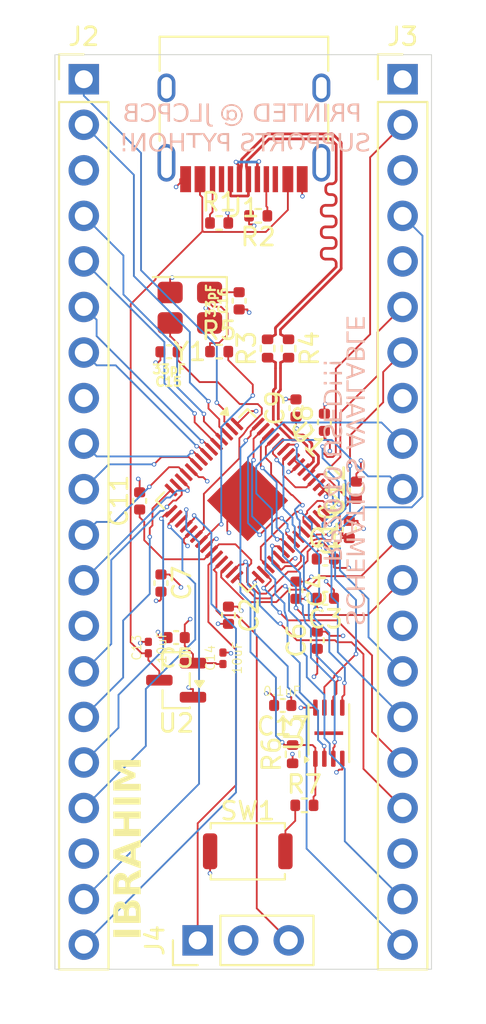
<source format=kicad_pcb>
(kicad_pcb (version 20241229) (generator "pcbnew") (generator_version "9.0")
  (layers (0 "F.Cu" signal "Top Layer") (4 "In1.Cu" signal "Ground Layer 1") (6 "In2.Cu" signal "Power Layer 2") (2 "B.Cu" signal "Bottom Layer") (13 "F.Paste" user) (15 "B.Paste" user) (5 "F.SilkS" user "Top Overlay") (7 "B.SilkS" user "Board Layer Stack Bottom Overlay") (1 "F.Mask" user "Top Solder") (3 "B.Mask" user "Board Layer Stack Bottom Solder") (25 "Edge.Cuts" user))
  (net 0 "")
  (net 1 "GND")
  (net 2 "+3V3")
  (net 3 "+1V1")
  (net 4 "Net-(U2-VI)")
  (net 5 "XIN")
  (net 6 "Net-(C16-Pad2)")
  (net 7 "Net-(J1-CC2)")
  (net 8 "USB_D+")
  (net 9 "USB_D-")
  (net 10 "Net-(J1-CC1)")
  (net 11 "GPIO4")
  (net 12 "GPIO6")
  (net 13 "GPIO9")
  (net 14 "GPIO11")
  (net 15 "GPIO8")
  (net 16 "GPIO14")
  (net 17 "GPIO15")
  (net 18 "GPIO1")
  (net 19 "GPIO12")
  (net 20 "GPIO0")
  (net 21 "GPIO2")
  (net 22 "GPIO13")
  (net 23 "GPIO5")
  (net 24 "GPIO7")
  (net 25 "GPIO3")
  (net 26 "GPIO10")
  (net 27 "GPIO19")
  (net 28 "GPIO20")
  (net 29 "GPIO28_ADC2")
  (net 30 "GPIO29_ADC3")
  (net 31 "GPIO24")
  (net 32 "RUN")
  (net 33 "VBUS")
  (net 34 "GPIO27_ADC1")
  (net 35 "GPIO16")
  (net 36 "GPIO26_ADC0")
  (net 37 "GPIO21")
  (net 38 "GPIO23")
  (net 39 "GPIO22")
  (net 40 "GPIO17")
  (net 41 "GPIO18")
  (net 42 "SWD")
  (net 43 "SWCLK")
  (net 44 "Net-(U1-USB_DP)")
  (net 45 "Net-(U1-USB_DM)")
  (net 46 "XOUT")
  (net 47 "QSPI_SS")
  (net 48 "Net-(R7-Pad1)")
  (net 49 "QSPI_SCLK")
  (net 50 "QSPI_SD0")
  (net 51 "QSPI_SD3")
  (net 52 "QSPI_SD2")
  (net 53 "QSPI_SD1")
  (footprint "Capacitor_SMD:C_0402_1005Metric" (layer "F.Cu") (at 147.455924 100.06402 180)
    (property "Reference" "C3")
    (property "Value" "0.1uF")
  )
  (footprint "Resistor_SMD:R_0402_1005Metric" (layer "F.Cu") (at 141.532496 79.136083)
    (property "Reference" "R1")
    (property "Value" "5.1K")
  )
  (footprint "Capacitor_SMD:C_0402_1005Metric" (layer "F.Cu") (at 147.005924 102.403083 90)
    (property "Reference" "C6")
    (property "Value" "0.1uF")
  )
  (footprint "Package_SON:Winbond_USON-8-1EP_3x2mm_P0.5mm_EP0.2x1.6mm" (layer "F.Cu") (at 147.649125 107.586769 90)
    (property "Reference" "U3")
    (property "Value" "W25Q16JVZPIQ TR")
  )
  (footprint "Resistor_SMD:R_0402_1005Metric" (layer "F.Cu") (at 144.232822 86.134833 90)
    (property "Reference" "R3")
    (property "Value" "27")
  )
  (footprint "Capacitor_SMD:C_0402_1005Metric" (layer "F.Cu") (at 139.135169 102.255427 180)
    (property "Reference" "C5")
    (property "Value" "0.1uF")
  )
  (footprint "Capacitor_SMD:C_0201_0603Metric" (layer "F.Cu") (at 137.58435 102.812555 90)
    (property "Reference" "C13")
    (property "Value" "10uF")
  )
  (footprint "Resistor_SMD:R_0402_1005Metric" (layer "F.Cu") (at 145.6291 108.758115 90)
    (property "Reference" "R6")
    (property "Value" "10K")
  )
  (footprint "Button_Switch_SMD:SW_Push_SPST_NO_Alps_SKRK" (layer "F.Cu") (at 143.129 114.173)
    (property "Reference" "SW1")
    (property "Value" "SW_Push")
  )
  (footprint "Resistor_SMD:R_0402_1005Metric" (layer "F.Cu") (at 145.40253 86.134833 -90)
    (property "Reference" "R4")
    (property "Value" "27")
  )
  (footprint "Capacitor_SMD:C_0402_1005Metric" (layer "F.Cu") (at 137.100263 94.633552 90)
    (property "Reference" "C11")
    (property "Value" "0.1uF")
  )
  (footprint "Capacitor_SMD:C_0402_1005Metric" (layer "F.Cu") (at 142.647433 83.477302 90)
    (property "Reference" "C16")
    (property "Value" "33pF")
  )
  (footprint "Connector_PinHeader_2.54mm:PinHeader_1x20_P2.54mm_Vertical" (layer "F.Cu") (at 133.985 71.12)
    (property "Reference" "J2")
    (property "Value" "Conn_01x20")
  )
  (footprint "Resistor_SMD:R_0402_1005Metric" (layer "F.Cu") (at 146.287213 111.60874)
    (property "Reference" "R7")
    (property "Value" "1K")
  )
  (footprint "Connector_USB:USB_C_Receptacle_HRO_TYPE-C-31-M-12" (layer "F.Cu") (at 142.915 72.65 180)
    (property "Reference" "J1")
    (property "Value" "USB_C_Receptacle_USB2.0_14P")
  )
  (footprint "Capacitor_SMD:C_0402_1005Metric" (layer "F.Cu") (at 138.288942 99.215583 -90)
    (property "Reference" "C7")
    (property "Value" "0.1uF")
  )
  (footprint "Capacitor_SMD:C_0402_1005Metric" (layer "F.Cu") (at 147.455924 97.872614)
    (property "Reference" "C1")
    (property "Value" "1uF")
  )
  (footprint "Capacitor_SMD:C_0402_1005Metric" (layer "F.Cu") (at 145.817244 89.453864 90)
    (property "Reference" "C9")
    (property "Value" "0.1uF")
  )
  (footprint "Crystal:Crystal_SMD_3225-4Pin_3.2x2.5mm" (layer "F.Cu") (at 139.900257 83.8613 180)
    (property "Reference" "Y1")
    (property "Value" "12 MHz")
  )
  (footprint "Capacitor_SMD:C_0402_1005Metric" (layer "F.Cu") (at 149.185169 94.035895 90)
    (property "Reference" "C12")
    (property "Value" "0.1uF")
  )
  (footprint "Capacitor_SMD:C_0402_1005Metric" (layer "F.Cu") (at 142.053093 101.008552 -90)
    (property "Reference" "C2")
    (property "Value" "0.1uF")
  )
  (footprint "Capacitor_SMD:C_0402_1005Metric" (layer "F.Cu") (at 148.788942 96.227302 90)
    (property "Reference" "C10")
    (property "Value" "1uF")
  )
  (footprint "Capacitor_SMD:C_0402_1005Metric" (layer "F.Cu") (at 145.078565 106.040583 180)
    (property "Reference" "C17")
    (property "Value" "0.1uF")
  )
  (footprint "Package_DFN_QFN:QFN-56-1EP_7x7mm_P0.4mm_EP3.2x3.2mm" (layer "F.Cu") (at 143.117371 94.615 -45)
    (property "Reference" "U1")
    (property "Value" "RP2040")
  )
  (footprint "Capacitor_SMD:C_0201_0603Metric" (layer "F.Cu") (at 141.744727 103.410211 90)
    (property "Reference" "C14")
    (property "Value" "10uF")
  )
  (footprint "Connector_PinHeader_2.54mm:PinHeader_1x20_P2.54mm_Vertical" (layer "F.Cu") (at 151.765 71.12)
    (property "Reference" "J3")
    (property "Value" "Conn_01x20")
  )
  (footprint "Capacitor_SMD:C_0402_1005Metric" (layer "F.Cu") (at 147.40215 90.250739 90)
    (property "Reference" "C8")
    (property "Value" "0.1uF")
  )
  (footprint "Capacitor_SMD:C_0402_1005Metric" (layer "F.Cu") (at 145.817244 99.61402 -90)
    (property "Reference" "C4")
    (property "Value" "0.1uF")
  )
  (footprint "Resistor_SMD:R_0402_1005Metric" (layer "F.Cu") (at 141.532496 86.307958)
    (property "Reference" "R5")
    (property "Value" "1K")
  )
  (footprint "Connector_PinHeader_2.54mm:PinHeader_1x03_P2.54mm_Vertical" (layer "F.Cu") (at 140.335 119.14 90)
    (property "Reference" "J4")
    (property "Value" "Conn_01x03")
  )
  (footprint "Capacitor_SMD:C_0402_1005Metric" (layer "F.Cu") (at 138.738942 86.317927)
    (property "Reference" "C15")
    (property "Value" "33pF")
  )
  (footprint "Resistor_SMD:R_0402_1005Metric" (layer "F.Cu") (at 143.711741 78.737646 180)
    (property "Reference" "R2")
    (property "Value" "5.1K")
  )
  (footprint "Package_TO_SOT_SMD:SOT-23" (layer "F.Cu") (at 139.135917 104.63005 180)
    (property "Reference" "U2")
    (property "Value" "MCP1700x-330xxTT")
  )
  (gr_rect (start 132.375 69.75) (end 153.375 120.75) (stroke (width 0.05)) (fill no) (layer "Edge.Cuts"))
  (gr_text "IBRAHIM" (at 137.414 119.14 90) (layer "F.SilkS") (effects (font (size 1.5 1.5) (thickness 0.3) (bold yes)) (justify left bottom)))
  (gr_text "SCHEMATIC'S AVAILABLE " (at 148.463 101.6 270) (layer "B.SilkS") (effects (font (size 1 1)) (justify left bottom mirror)))
  (gr_text "PRINTED @ JLCPCB" (at 149.479 73.66 0) (layer "B.SilkS") (effects (font (size 1 1)) (justify left bottom mirror)))
  (gr_text "SUPPORTS PYTHON!" (at 149.987 75.311 0) (layer "B.SilkS") (effects (font (size 1 1)) (justify left bottom mirror)))
  (gr_text "RP2040 USED!!!" (at 147.193 98.044 270) (layer "B.SilkS") (effects (font (size 1 1)) (justify left bottom mirror)))
  (segment (start 146.976 100.064) (end 146.976 100.529083) (width 0.101702) (layer "F.Cu") (net 1))
  (segment (start 143.1175 94.615) (end 141.986 95.7465) (width 0.101702) (layer "F.Cu") (net 1))
  (segment (start 146.976 100.529083) (end 147.109131 100.662214) (width 0.101702) (layer "F.Cu") (net 1))
  (segment (start 138.289 99.6955) (end 138.289 100.130083) (width 0.101702) (layer "F.Cu") (net 1))
  (segment (start 146.165 76.695) (end 146.165 77.611838) (width 0.101702) (layer "F.Cu") (net 1))
  (segment (start 144.5985 106.0405) (end 144.5985 105.575917) (width 0.101702) (layer "F.Cu") (net 1))
  (segment (start 147.936 97.8725) (end 147.936 98.337083) (width 0.101702) (layer "F.Cu") (net 1))
  (segment (start 141.029 115.394114) (end 141.029 115.328083) (width 0.101702) (layer "F.Cu") (net 1))
  (segment (start 137.133263 102.56323) (end 137.203993 102.4925) (width 0.101702) (layer "F.Cu") (net 1))
  (segment (start 137.1 93.718917) (end 137.1 94.1535) (width 0.101702) (layer "F.Cu") (net 1))
  (segment (start 147.109131 100.662214) (end 147.169718 100.662214) (width 0.101702) (layer "F.Cu") (net 1))
  (segment (start 137.229917 102.4925) (end 137.5845 102.4925) (width 0.101702) (layer "F.Cu") (net 1))
  (segment (start 143.112083 83.957) (end 142.6475 83.957) (width 0.101702) (layer "F.Cu") (net 1))
  (segment (start 138.289 100.130083) (end 138.212519 100.206564) (width 0.101702) (layer "F.Cu") (net 1))
  (segment (start 147.402 89.771) (end 147.402 89.335917) (width 0.101702) (layer "F.Cu") (net 1))
  (segment (start 139.365 76.695) (end 139.365 76.893098) (width 0.101702) (layer "F.Cu") (net 1))
  (segment (start 141.0005 83.955917) (end 140.926129 83.881546) (width 0.101702) (layer "F.Cu") (net 1))
  (segment (start 145.351917 88.974) (end 145.817 88.974) (width 0.101702) (layer "F.Cu") (net 1))
  (segment (start 141.986 95.7465) (end 141.986 96.314156) (width 0.101702) (layer "F.Cu") (net 1))
  (segment (start 141.0005 84.7115) (end 141.0005 83.955917) (width 0.101702) (layer "F.Cu") (net 1))
  (segment (start 138.219917 102.2555) (end 138.122289 102.157872) (width 0.101702) (layer "F.Cu") (net 1))
  (segment (start 138.11985 86.922233) (end 137.99261 86.922233) (width 0.101702) (layer "F.Cu") (net 1))
  (segment (start 139.920139 105.124917) (end 140.0735 105.124917) (width 0.101702) (layer "F.Cu") (net 1))
  (segment (start 147.970768 98.371851) (end 148.762088 98.371851) (width 0.101702) (layer "F.Cu") (net 1))
  (segment (start 140.0735 105.124917) (end 140.0735 105.58) (width 0.101702) (layer "F.Cu") (net 1))
  (segment (start 141.7445 103.0905) (end 142.099083 103.0905) (width 0.101702) (layer "F.Cu") (net 1))
  (segment (start 147.402 89.335917) (end 147.448908 89.289009) (width 0.101702) (layer "F.Cu") (net 1))
  (segment (start 142.139539 103.130956) (end 142.189832 103.130956) (width 0.101702) (layer "F.Cu") (net 1))
  (segment (start 140.926129 83.881546) (end 140.78422 83.881546) (width 0.101702) (layer "F.Cu") (net 1))
  (segment (start 147.006 101.923) (end 147.471083 101.923) (width 0.101702) (layer "F.Cu") (net 1))
  (segment (start 144.5985 105.575917) (end 144.391596 105.369013) (width 0.101702) (layer "F.Cu") (net 1))
  (segment (start 147.448908 89.289009) (end 147.448908 89.227559) (width 0.101702) (layer "F.Cu") (net 1))
  (segment (start 138.8005 83.0115) (end 138.8005 82.255917) (width 0.101702) (layer "F.Cu") (net 1))
  (segment (start 144.391596 105.369013) (end 144.159379 105.369013) (width 0.101702) (layer "F.Cu") (net 1))
  (segment (start 143.403908 79.212083) (end 143.202 79.212083) (width 0.101702) (layer "F.Cu") (net 1))
  (segment (start 149.254083 95.747) (end 148.789 95.747) (width 0.101702) (layer "F.Cu") (net 1))
  (segment (start 147.471083 101.923) (end 147.705462 102.157379) (width 0.101702) (layer "F.Cu") (net 1))
  (segment (start 139.832619 105.037397) (end 139.920139 105.124917) (width 0.101702) (layer "F.Cu") (net 1))
  (segment (start 141.986 96.314156) (end 142.082394 96.41055) (width 0.101702) (layer "F.Cu") (net 1))
  (segment (start 141.020722 115.402392) (end 141.029 115.394114) (width 0.101702) (layer "F.Cu") (net 1))
  (segment (start 137.1 93.486621) (end 137.1 93.718917) (width 0.101702) (layer "F.Cu") (net 1))
  (segment (start 142.0425 78.660917) (end 141.996702 78.615119) (width 0.101702) (layer "F.Cu") (net 1))
  (segment (start 143.112083 84.036103) (end 143.112083 83.957) (width 0.101702) (layer "F.Cu") (net 1))
  (segment (start 138.212519 100.206564) (end 138.01626 100.206564) (width 0.101702) (layer "F.Cu") (net 1))
  (segment (start 146.177909 77.624747) (end 146.177909 77.648363) (width 0.101702) (layer "F.Cu") (net 1))
  (segment (start 143.485551 79.293725) (end 143.403908 79.212083) (width 0.101702) (layer "F.Cu") (net 1))
  (segment (start 137.203993 102.4925) (end 137.229917 102.4925) (width 0.101702) (layer "F.Cu") (net 1))
  (segment (start 141.029 115.328083) (end 141.029 114.173) (width 0.101702) (layer "F.Cu") (net 1))
  (segment (start 149.590778 96.186067) (end 149.254083 95.849372) (width 0.101702) (layer "F.Cu") (net 1))
  (segment (start 138.655 102.2555) (end 138.219917 102.2555) (width 0.101702) (layer "F.Cu") (net 1))
  (segment (start 146.358908 100.094) (end 146.282083 100.094) (width 0.101702) (layer "F.Cu") (net 1))
  (segment (start 139.561047 96.757953) (end 139.98 96.339) (width 0.101702) (layer "F.Cu") (net 1))
  (segment (start 146.282083 100.094) (end 145.817 100.094) (width 0.101702) (layer "F.Cu") (net 1))
  (segment (start 139.561047 96.934244) (end 139.561047 96.757953) (width 0.101702) (layer "F.Cu") (net 1))
  (segment (start 149.185 93.556) (end 149.185 93.120917) (width 0.101702) (layer "F.Cu") (net 1))
  (segment (start 141.587917 101.4885) (end 142.053 101.4885) (width 0.101702) (layer "F.Cu") (net 1))
  (segment (start 138.122289 102.157872) (end 138.122289 101.942665) (width 0.101702) (layer "F.Cu") (net 1))
  (segment (start 145.249993 88.950253) (end 145.27374 88.974) (width 0.101702) (layer "F.Cu") (net 1))
  (segment (start 139.774161 97.147358) (end 139.561047 96.934244) (width 0.101702) (layer "F.Cu") (net 1))
  (segment (start 141.996702 78.615119) (end 141.996702 78.576515) (width 0.101702) (layer "F.Cu") (net 1))
  (segment (start 138.8005 82.255917) (end 138.874794 82.181623) (width 0.101702) (layer "F.Cu") (net 1))
  (segment (start 137.020248 93.406869) (end 137.1 93.486621) (width 0.101702) (layer "F.Cu") (net 1))
  (segment (start 149.437427 92.86849) (end 149.437427 92.384153) (width 0.101702) (layer "F.Cu") (net 1))
  (segment (start 149.185 93.120917) (end 149.437427 92.86849) (width 0.101702) (layer "F.Cu") (net 1))
  (segment (start 138.874794 82.181623) (end 138.912056 82.181623) (width 0.101702) (layer "F.Cu") (net 1))
  (segment (start 146.165 77.611838) (end 146.177909 77.624747) (width 0.101702) (layer "F.Cu") (net 1))
  (segment (start 139.665 76.695) (end 139.365 76.695) (width 0.101702) (layer "F.Cu") (net 1))
  (segment (start 147.705462 102.157379) (end 148.442423 102.157379) (width 0.101702) (layer "F.Cu") (net 1))
  (segment (start 138.259 86.783083) (end 138.11985 86.922233) (width 0.101702) (layer "F.Cu") (net 1))
  (segment (start 142.0425 79.136) (end 142.0425 78.660917) (width 0.101702) (layer "F.Cu") (net 1))
  (segment (start 148.227408 109.616083) (end 148.3995 109.616083) (width 0.101702) (layer "F.Cu") (net 1))
  (segment (start 146.38107 100.071838) (end 146.358908 100.094) (width 0.101702) (layer "F.Cu") (net 1))
  (segment (start 138.259 86.318) (end 138.259 86.783083) (width 0.101702) (layer "F.Cu") (net 1))
  (segment (start 141.471094 101.483757) (end 141.475837 101.4885) (width 0.101702) (layer "F.Cu") (net 1))
  (segment (start 143.208166 84.132186) (end 143.112083 84.036103) (width 0.101702) (layer "F.Cu") (net 1))
  (segment (start 139.365 76.893098) (end 139.130624 77.127473) (width 0.101702) (layer "F.Cu") (net 1))
  (segment (start 149.254083 95.849372) (end 149.254083 95.747) (width 0.101702) (layer "F.Cu") (net 1))
  (segment (start 141.475837 101.4885) (end 141.587917 101.4885) (width 0.101702) (layer "F.Cu") (net 1))
  (segment (start 142.099083 103.0905) (end 142.139539 103.130956) (width 0.101702) (layer "F.Cu") (net 1))
  (segment (start 148.3995 109.616083) (end 148.3995 109.0115) (width 0.101702) (layer "F.Cu") (net 1))
  (segment (start 148.072488 109.771003) (end 148.227408 109.616083) (width 0.101702) (layer "F.Cu") (net 1))
  (segment (start 143.202 79.212083) (end 143.202 78.7375) (width 0.101702) (layer "F.Cu") (net 1))
  (segment (start 147.936 98.337083) (end 147.970768 98.371851) (width 0.101702) (layer "F.Cu") (net 1))
  (segment (start 145.27374 88.974) (end 145.351917 88.974) (width 0.101702) (layer "F.Cu") (net 1))
  (via (at 141.020722 115.402392) (size 0.25025) (drill 0.15015) (layers "F.Cu" "B.Cu") (net 1))
  (via (at 148.442423 102.157379) (size 0.25025) (drill 0.15015) (layers "F.Cu" "B.Cu") (net 1))
  (via (at 138.912056 82.181623) (size 0.25025) (drill 0.15015) (layers "F.Cu" "B.Cu") (net 1))
  (via (at 147.448908 89.227559) (size 0.25025) (drill 0.15015) (layers "F.Cu" "B.Cu") (net 1))
  (via (at 137.99261 86.922233) (size 0.25025) (drill 0.15015) (layers "F.Cu" "B.Cu") (net 1))
  (via (at 149.437427 92.384153) (size 0.25025) (drill 0.15015) (layers "F.Cu" "B.Cu") (net 1))
  (via (at 139.130624 77.127473) (size 0.25025) (drill 0.15015) (layers "F.Cu" "B.Cu") (net 1))
  (via (at 146.177909 77.648363) (size 0.25025) (drill 0.15015) (layers "F.Cu" "B.Cu") (net 1))
  (via (at 142.082394 96.41055) (size 0.25025) (drill 0.15015) (layers "F.Cu" "B.Cu") (net 1))
  (via (at 141.996702 78.576515) (size 0.25025) (drill 0.15015) (layers "F.Cu" "B.Cu") (net 1))
  (via (at 139.774161 97.147358) (size 0.25025) (drill 0.15015) (layers "F.Cu" "B.Cu") (net 1))
  (via (at 138.01626 100.206564) (size 0.25025) (drill 0.15015) (layers "F.Cu" "B.Cu") (net 1))
  (via (at 146.38107 100.071838) (size 0.25025) (drill 0.15015) (layers "F.Cu" "B.Cu") (net 1))
  (via (at 137.020248 93.406869) (size 0.25025) (drill 0.15015) (layers "F.Cu" "B.Cu") (net 1))
  (via (at 141.471094 101.483757) (size 0.25025) (drill 0.15015) (layers "F.Cu" "B.Cu") (net 1))
  (via (at 149.590778 96.186067) (size 0.25025) (drill 0.15015) (layers "F.Cu" "B.Cu") (net 1))
  (via (at 145.249993 88.950253) (size 0.25025) (drill 0.15015) (layers "F.Cu" "B.Cu") (net 1))
  (via (at 140.78422 83.881546) (size 0.25025) (drill 0.15015) (layers "F.Cu" "B.Cu") (net 1))
  (via (at 138.122289 101.942665) (size 0.25025) (drill 0.15015) (layers "F.Cu" "B.Cu") (net 1))
  (via (at 148.762088 98.371851) (size 0.25025) (drill 0.15015) (layers "F.Cu" "B.Cu") (net 1))
  (via (at 139.832619 105.037397) (size 0.25025) (drill 0.15015) (layers "F.Cu" "B.Cu") (net 1))
  (via (at 143.485551 79.293725) (size 0.25025) (drill 0.15015) (layers "F.Cu" "B.Cu") (net 1))
  (via (at 147.169718 100.662214) (size 0.25025) (drill 0.15015) (layers "F.Cu" "B.Cu") (net 1))
  (via (at 148.072488 109.771003) (size 0.25025) (drill 0.15015) (layers "F.Cu" "B.Cu") (net 1))
  (via (at 137.133263 102.56323) (size 0.25025) (drill 0.15015) (layers "F.Cu" "B.Cu") (net 1))
  (via (at 143.208166 84.132186) (size 0.25025) (drill 0.15015) (layers "F.Cu" "B.Cu") (net 1))
  (via (at 144.159379 105.369013) (size 0.25025) (drill 0.15015) (layers "F.Cu" "B.Cu") (net 1))
  (via (at 142.189832 103.130956) (size 0.25025) (drill 0.15015) (layers "F.Cu" "B.Cu") (net 1))
  (segment (start 141.389917 103.7305) (end 141.339417 103.68) (width 0.101702) (layer "F.Cu") (net 2))
  (segment (start 145.7605 92.3965) (end 145.6895 92.3255) (width 0.101702) (layer "F.Cu") (net 2))
  (segment (start 139.403169 99.384586) (end 139.403169 99.455454) (width 0.101702) (layer "F.Cu") (net 2))
  (segment (start 145.554047 93.026953) (end 145.410652 93.026953) (width 0.101702) (layer "F.Cu") (net 2))
  (segment (start 147.145021 97.308989) (end 146.976 97.47801) (width 0.101702) (layer "F.Cu") (net 2))
  (segment (start 138.289 98.7355) (end 138.754083 98.7355) (width 0.101702) (layer "F.Cu") (net 2))
  (segment (start 139.919547 101.223012) (end 139.615 101.527559) (width 0.101702) (layer "F.Cu") (net 2))
  (segment (start 146.677242 98.861991) (end 146.405233 99.134) (width 0.101702) (layer "F.Cu") (net 2))
  (segment (start 147.316 93.952) (end 147.175 93.811) (width 0.101702) (layer "F.Cu") (net 2))
  (segment (start 142.525 90.3455) (end 142.704865 90.165459) (width 0.101702) (layer "F.Cu") (net 2))
  (segment (start 147.498446 99.161363) (end 147.498446 99.119021) (width 0.101702) (layer "F.Cu") (net 2))
  (segment (start 145.629 108.759805) (end 145.629 108.842917) (width 0.101702) (layer "F.Cu") (net 2))
  (segment (start 145.61833 108.749135) (end 145.629 108.759805) (width 0.101702) (layer "F.Cu") (net 2))
  (segment (start 139.615 102.720083) (end 140.0735 103.178583) (width 0.101702) (layer "F.Cu") (net 2))
  (segment (start 145.410652 93.026953) (end 145.400943 93.017244) (width 0.101702) (layer "F.Cu") (net 2))
  (segment (start 145.151 98.063) (end 145.410819 98.063) (width 0.101702) (layer "F.Cu") (net 2))
  (segment (start 146.405233 99.134) (end 146.282083 99.134) (width 0.101702) (layer "F.Cu") (net 2))
  (segment (start 146.282083 99.134) (end 145.817 99.134) (width 0.101702) (layer "F.Cu") (net 2))
  (segment (start 146.976 97.47801) (end 146.976 97.562) (width 0.101702) (layer "F.Cu") (net 2))
  (segment (start 139.615 101.790917) (end 139.615 102.2555) (width 0.101702) (layer "F.Cu") (net 2))
  (segment (start 139.615 101.527559) (end 139.615 101.790917) (width 0.101702) (layer "F.Cu") (net 2))
  (segment (start 142.704865 90.165459) (end 143.240989 89.629335) (width 0.101702) (layer "F.Cu") (net 2))
  (segment (start 140.0735 103.178583) (end 140.0735 103.224917) (width 0.101702) (layer "F.Cu") (net 2))
  (segment (start 141.265162 96.749838) (end 141.379298 96.749838) (width 0.101702) (layer "F.Cu") (net 2))
  (segment (start 142.518083 100.5285) (end 142.053 100.5285) (width 0.101702) (layer "F.Cu") (net 2))
  (segment (start 145.858538 90.596744) (end 145.817 90.555206) (width 0.101702) (layer "F.Cu") (net 2))
  (segment (start 145.495545 105.575917) (end 145.5585 105.575917) (width 0.101702) (layer "F.Cu") (net 2))
  (segment (start 145.5585 105.575917) (end 145.5585 106.0405) (width 0.101702) (layer "F.Cu") (net 2))
  (segment (start 145.9725 92.6085) (end 145.9015 92.5375) (width 0.101702) (layer "F.Cu") (net 2))
  (segment (start 140.0735 103.224917) (end 140.0735 103.68) (width 0.101702) (layer "F.Cu") (net 2))
  (segment (start 143.240989 89.629335) (end 143.596525 89.629335) (width 0.101702) (layer "F.Cu") (net 2))
  (segment (start 145.638424 97.835395) (end 145.779122 97.835395) (width 0.101702) (layer "F.Cu") (net 2))
  (segment (start 147.3865 94.0225) (end 147.566453 94.202453) (width 0.101702) (layer "F.Cu") (net 2))
  (segment (start 140.641749 93.309953) (end 140.398953 93.309953) (width 0.101702) (layer "F.Cu") (net 2))
  (segment (start 147.936 100.064) (end 147.936 99.598917) (width 0.101702) (layer "F.Cu") (net 2))
  (segment (start 147.566453 94.332764) (end 147.496344 94.402873) (width 0.101702) (layer "F.Cu") (net 2))
  (segment (start 147.566541 95.027135) (end 147.619088 94.974588) (width 0.101702) (layer "F.Cu") (net 2))
  (segment (start 145.817 90.369083) (end 145.817 89.934) (width 0.101702) (layer "F.Cu") (net 2))
  (segment (start 147.006 104.255223) (end 147.006 103.318083) (width 0.101702) (layer "F.Cu") (net 2))
  (segment (start 147.936 99.598917) (end 147.498446 99.161363) (width 0.101702) (layer "F.Cu") (net 2))
  (segment (start 145.9015 92.5375) (end 145.7605 92.3965) (width 0.101702) (layer "F.Cu") (net 2))
  (segment (start 147.566453 94.202453) (end 147.566453 94.332764) (width 0.101702) (layer "F.Cu") (net 2))
  (segment (start 147.006 103.318083) (end 147.006 102.883) (width 0.101702) (layer "F.Cu") (net 2))
  (segment (start 142.540794 100.5285) (end 142.518083 100.5285) (width 0.101702) (layer "F.Cu") (net 2))
  (segment (start 147.3865 94.0225) (end 147.316 93.952) (width 0.101702) (layer "F.Cu") (net 2))
  (segment (start 147.707786 91.415957) (end 147.707786 91.853833) (width 0.101702) (layer "F.Cu") (net 2))
  (segment (start 147.3865 95.207) (end 147.566541 95.027135) (width 0.101702) (layer "F.Cu") (net 2))
  (segment (start 140.966083 103.68) (end 140.0735 103.68) (width 0.101702) (layer "F.Cu") (net 2))
  (segment (start 147.402 90.731) (end 147.402 91.166083) (width 0.101702) (layer "F.Cu") (net 2))
  (segment (start 147.402 91.166083) (end 147.457912 91.166083) (width 0.101702) (layer "F.Cu") (net 2))
  (segment (start 145.817 90.555206) (end 145.817 90.369083) (width 0.101702) (layer "F.Cu") (net 2))
  (segment (start 145.629 108.842917) (end 145.629 109.268) (width 0.101702) (layer "F.Cu") (net 2))
  (segment (start 139.615 102.2555) (end 139.615 102.720083) (width 0.101702) (layer "F.Cu") (net 2))
  (segment (start 147.619088 94.974588) (end 147.647888 94.974588) (width 0.101702) (layer "F.Cu") (net 2))
  (segment (start 145.411066 105.491438) (end 145.495545 105.575917) (width 0.101702) (layer "F.Cu") (net 2))
  (segment (start 144.8415 97.7535) (end 145.151 98.063) (width 0.101702) (layer "F.Cu") (net 2))
  (segment (start 141.339417 103.68) (end 140.966083 103.68) (width 0.101702) (layer "F.Cu") (net 2))
  (segment (start 142.768764 100.75647) (end 142.540794 100.5285) (width 0.101702) (layer "F.Cu") (net 2))
  (segment (start 140.869204 93.537408) (end 140.641749 93.309953) (width 0.101702) (layer "F.Cu") (net 2))
  (segment (start 146.619917 106.1615) (end 146.8995 106.1615) (width 0.101702) (layer "F.Cu") (net 2))
  (segment (start 146.0881 106.171939) (end 146.098539 106.1615) (width 0.101702) (layer "F.Cu") (net 2))
  (segment (start 146.820289 104.440935) (end 147.006 104.255223) (width 0.101702) (layer "F.Cu") (net 2))
  (segment (start 146.098539 106.1615) (end 146.619917 106.1615) (width 0.101702) (layer "F.Cu") (net 2))
  (segment (start 147.457912 91.166083) (end 147.707786 91.415957) (width 0.101702) (layer "F.Cu") (net 2))
  (segment (start 141.245953 96.769047) (end 141.265162 96.749838) (width 0.101702) (layer "F.Cu") (net 2))
  (segment (start 145.410819 98.063) (end 145.638424 97.835395) (width 0.101702) (layer "F.Cu") (net 2))
  (segment (start 138.754083 98.7355) (end 139.403169 99.384586) (width 0.101702) (layer "F.Cu") (net 2))
  (segment (start 146.976 97.562) (end 146.976 97.8725) (width 0.101702) (layer "F.Cu") (net 2))
  (segment (start 140.398953 93.309953) (end 139.98 92.891) (width 0.101702) (layer "F.Cu") (net 2))
  (segment (start 145.9725 92.6085) (end 145.554047 93.026953) (width 0.101702) (layer "F.Cu") (net 2))
  (segment (start 140.8275 97.1875) (end 141.245953 96.769047) (width 0.101702) (layer "F.Cu") (net 2))
  (segment (start 141.7445 103.7305) (end 141.389917 103.7305) (width 0.101702) (layer "F.Cu") (net 2))
  (segment (start 147.175 93.811) (end 147.104 93.74) (width 0.101702) (layer "F.Cu") (net 2))
  (via (at 147.145021 97.308989) (size 0.25025) (drill 0.15015) (layers "F.Cu" "B.Cu") (net 2))
  (via (at 146.677242 98.861991) (size 0.25025) (drill 0.15015) (layers "F.Cu" "B.Cu") (net 2))
  (via (at 145.400943 93.017244) (size 0.25025) (drill 0.15015) (layers "F.Cu" "B.Cu") (net 2))
  (via (at 143.596525 89.629335) (size 0.25025) (drill 0.15015) (layers "F.Cu" "B.Cu") (net 2))
  (via (at 146.820289 104.440935) (size 0.25025) (drill 0.15015) (layers "F.Cu" "B.Cu") (net 2))
  (via (at 147.707786 91.853833) (size 0.25025) (drill 0.15015) (layers "F.Cu" "B.Cu") (net 2))
  (via (at 145.858538 90.596744) (size 0.25025) (drill 0.15015) (layers "F.Cu" "B.Cu") (net 2))
  (via (at 147.498446 99.119021) (size 0.25025) (drill 0.15015) (layers "F.Cu" "B.Cu") (net 2))
  (via (at 147.496344 94.402873) (size 0.25025) (drill 0.15015) (layers "F.Cu" "B.Cu") (net 2))
  (via (at 145.779122 97.835395) (size 0.25025) (drill 0.15015) (layers "F.Cu" "B.Cu") (net 2))
  (via (at 145.411066 105.491438) (size 0.25025) (drill 0.15015) (layers "F.Cu" "B.Cu") (net 2))
  (via (at 146.0881 106.171939) (size 0.25025) (drill 0.15015) (layers "F.Cu" "B.Cu") (net 2))
  (via (at 139.403169 99.455454) (size 0.25025) (drill 0.15015) (layers "F.Cu" "B.Cu") (net 2))
  (via (at 147.647888 94.974588) (size 0.25025) (drill 0.15015) (layers "F.Cu" "B.Cu") (net 2))
  (via (at 141.379298 96.749838) (size 0.25025) (drill 0.15015) (layers "F.Cu" "B.Cu") (net 2))
  (via (at 140.869204 93.537408) (size 0.25025) (drill 0.15015) (layers "F.Cu" "B.Cu") (net 2))
  (via (at 142.768764 100.75647) (size 0.25025) (drill 0.15015) (layers "F.Cu" "B.Cu") (net 2))
  (via (at 139.919547 101.223012) (size 0.25025) (drill 0.15015) (layers "F.Cu" "B.Cu") (net 2))
  (via (at 145.61833 108.749135) (size 0.25025) (drill 0.15015) (layers "F.Cu" "B.Cu") (net 2))
  (segment (start 147.980558 97.19212) (end 147.566923 97.19212) (width 0.101702) (layer "F.Cu") (net 3))
  (segment (start 137.1 95.1135) (end 137.1 95.548083) (width 0.101702) (layer "F.Cu") (net 3))
  (segment (start 143.322772 97.933517) (end 142.441302 97.052047) (width 0.101702) (layer "F.Cu") (net 3))
  (segment (start 145.097 93.187067) (end 145.097 92.353) (width 0.101702) (layer "F.Cu") (net 3))
  (segment (start 148.414323 96.305516) (end 148.257301 96.148493) (width 0.101702) (layer "F.Cu") (net 3))
  (segment (start 145.097 92.353) (end 145.407 92.043) (width 0.101702) (layer "F.Cu") (net 3))
  (segment (start 147.372408 96.997606) (end 146.932824 96.997606) (width 0.101702) (layer "F.Cu") (net 3))
  (segment (start 143.087854 98.358285) (end 143.322772 98.123367) (width 0.101702) (layer "F.Cu") (net 3))
  (segment (start 143.087854 99.166807) (end 143.087854 98.358285) (width 0.101702) (layer "F.Cu") (net 3))
  (segment (start 147.354715 93.147) (end 148.719917 94.512202) (width 0.101702) (layer "F.Cu") (net 3))
  (segment (start 148.257301 95.281823) (end 148.719917 94.819207) (width 0.101702) (layer "F.Cu") (net 3))
  (segment (start 137.357278 96.826765) (end 138.419467 97.888953) (width 0.101702) (layer "F.Cu") (net 3))
  (segment (start 137.1 95.548083) (end 137.357278 95.805361) (width 0.101702) (layer "F.Cu") (net 3))
  (segment (start 146.8215 93.4565) (end 147.131 93.147) (width 0.101702) (layer "F.Cu") (net 3))
  (segment (start 141.528953 97.052047) (end 141.1105 97.4705) (width 0.101702) (layer "F.Cu") (net 3))
  (segment (start 142.441302 97.052047) (end 141.528953 97.052047) (width 0.101702) (layer "F.Cu") (net 3))
  (segment (start 143.322772 98.123367) (end 143.322772 97.933517) (width 0.101702) (layer "F.Cu") (net 3))
  (segment (start 145.784886 93.874953) (end 145.097 93.187067) (width 0.101702) (layer "F.Cu") (net 3))
  (segment (start 148.571667 96.707) (end 148.414323 96.549657) (width 0.101702) (layer "F.Cu") (net 3))
  (segment (start 148.789 96.707) (end 148.323917 96.707) (width 0.101702) (layer "F.Cu") (net 3))
  (segment (start 148.414323 96.549657) (end 148.414323 96.305516) (width 0.101702) (layer "F.Cu") (net 3))
  (segment (start 146.463577 97.972786) (end 145.859027 98.577336) (width 0.101702) (layer "F.Cu") (net 3))
  (segment (start 149.185 94.516) (end 148.719917 94.516) (width 0.101702) (layer "F.Cu") (net 3))
  (segment (start 138.419467 97.888953) (end 140.692047 97.888953) (width 0.101702) (layer "F.Cu") (net 3))
  (segment (start 144.150127 99.80649) (end 143.727536 99.80649) (width 0.101702) (layer "F.Cu") (net 3))
  (segment (start 140.692047 97.888953) (end 141.1105 97.4705) (width 0.101702) (layer "F.Cu") (net 3))
  (segment (start 146.932824 96.997606) (end 146.463577 97.466853) (width 0.101702) (layer "F.Cu") (net 3))
  (segment (start 147.566923 97.19212) (end 147.372408 96.997606) (width 0.101702) (layer "F.Cu") (net 3))
  (segment (start 148.323917 96.707) (end 148.323917 96.848761) (width 0.101702) (layer "F.Cu") (net 3))
  (segment (start 148.789 96.707) (end 148.571667 96.707) (width 0.101702) (layer "F.Cu") (net 3))
  (segment (start 148.719917 94.512202) (end 148.719917 94.516) (width 0.101702) (layer "F.Cu") (net 3))
  (segment (start 148.257301 96.148493) (end 148.257301 95.281823) (width 0.101702) (layer "F.Cu") (net 3))
  (segment (start 148.719917 94.819207) (end 148.719917 94.516) (width 0.101702) (layer "F.Cu") (net 3))
  (segment (start 146.403047 93.874953) (end 145.784886 93.874953) (width 0.101702) (layer "F.Cu") (net 3))
  (segment (start 146.8215 93.4565) (end 146.403047 93.874953) (width 0.101702) (layer "F.Cu") (net 3))
  (segment (start 146.463577 97.466853) (end 146.463577 97.972786) (width 0.101702) (layer "F.Cu") (net 3))
  (segment (start 143.727536 99.80649) (end 143.087854 99.166807) (width 0.101702) (layer "F.Cu") (net 3))
  (segment (start 148.323917 96.848761) (end 147.980558 97.19212) (width 0.101702) (layer "F.Cu") (net 3))
  (segment (start 145.37928 98.577336) (end 144.150127 99.80649) (width 0.101702) (layer "F.Cu") (net 3))
  (segment (start 145.859027 98.577336) (end 145.37928 98.577336) (width 0.101702) (layer "F.Cu") (net 3))
  (segment (start 147.131 93.147) (end 147.354715 93.147) (width 0.101702) (layer "F.Cu") (net 3))
  (segment (start 137.357278 95.805361) (end 137.357278 96.826765) (width 0.101702) (layer "F.Cu") (net 3))
  (segment (start 136.59837 83.667308) (end 136.59837 102.519471) (width 0.101702) (layer "F.Cu") (net 4))
  (segment (start 140.59533 79.558352) (end 140.620018 79.58304) (width 0.101702) (layer "F.Cu") (net 4))
  (segment (start 137.211399 103.1325) (end 137.5845 103.1325) (width 0.101702) (layer "F.Cu") (net 4))
  (segment (start 140.465 77.574083) (end 140.59533 77.704413) (width 0.101702) (layer "F.Cu") (net 4))
  (segment (start 137.5845 103.1325) (end 137.5845 103.517083) (width 0.101702) (layer "F.Cu") (net 4))
  (segment (start 140.673672 79.636694) (end 140.620018 79.58304) (width 0.101702) (layer "F.Cu") (net 4))
  (segment (start 136.59837 102.519471) (end 137.211399 103.1325) (width 0.101702) (layer "F.Cu") (net 4))
  (segment (start 145.365 76.695) (end 145.365 78.410673) (width 0.101702) (layer "F.Cu") (net 4))
  (segment (start 137.987289 82.278389) (end 136.59837 83.667308) (width 0.101702) (layer "F.Cu") (net 4))
  (segment (start 137.5845 103.517083) (end 138.1985 104.131083) (width 0.101702) (layer "F.Cu") (net 4))
  (segment (start 138.1985 104.131083) (end 138.1985 104.174917) (width 0.101702) (layer "F.Cu") (net 4))
  (segment (start 145.365 78.410673) (end 144.138978 79.636694) (width 0.101702) (layer "F.Cu") (net 4))
  (segment (start 140.59533 77.704413) (end 140.59533 79.558352) (width 0.101702) (layer "F.Cu") (net 4))
  (segment (start 138.1985 104.174917) (end 138.1985 104.63) (width 0.101702) (layer "F.Cu") (net 4))
  (segment (start 137.987289 82.215768) (end 137.987289 82.278389) (width 0.101702) (layer "F.Cu") (net 4))
  (segment (start 144.138978 79.636694) (end 140.673672 79.636694) (width 0.101702) (layer "F.Cu") (net 4))
  (segment (start 140.620018 79.58304) (end 137.987289 82.215768) (width 0.101702) (layer "F.Cu") (net 4))
  (segment (start 140.465 76.695) (end 140.465 77.574083) (width 0.101702) (layer "F.Cu") (net 4))
  (segment (start 142.679348 89.23245) (end 143.69033 89.23245) (width 0.101702) (layer "F.Cu") (net 5))
  (segment (start 143.911036 89.78129) (end 143.1175 90.574826) (width 0.101702) (layer "F.Cu") (net 5))
  (segment (start 139.219 86.318) (end 139.219 85.852917) (width 0.101702) (layer "F.Cu") (net 5))
  (segment (start 139.219 86.318) (end 139.219 86.783083) (width 0.101702) (layer "F.Cu") (net 5))
  (segment (start 143.1175 90.5845) (end 142.888963 90.913797) (width 0.101702) (layer "F.Cu") (net 5))
  (segment (start 142.888963 90.913797) (end 142.660426 91.142334) (width 0.101702) (layer "F.Cu") (net 5))
  (segment (start 138.833166 85.467083) (end 138.8005 85.467083) (width 0.101702) (layer "F.Cu") (net 5))
  (segment (start 142.660426 91.142334) (end 142.660426 92.262346) (width 0.101702) (layer "F.Cu") (net 5))
  (segment (start 139.219 86.783083) (end 140.443683 88.007766) (width 0.101702) (layer "F.Cu") (net 5))
  (segment (start 141.454665 88.007766) (end 142.679348 89.23245) (width 0.101702) (layer "F.Cu") (net 5))
  (segment (start 143.69033 89.23245) (end 143.911036 89.453156) (width 0.101702) (layer "F.Cu") (net 5))
  (segment (start 138.8005 85.467083) (end 138.8005 84.7115) (width 0.101702) (layer "F.Cu") (net 5))
  (segment (start 143.911036 89.453156) (end 143.911036 89.78129) (width 0.101702) (layer "F.Cu") (net 5))
  (segment (start 140.443683 88.007766) (end 141.454665 88.007766) (width 0.101702) (layer "F.Cu") (net 5))
  (segment (start 139.219 85.852917) (end 138.833166 85.467083) (width 0.101702) (layer "F.Cu") (net 5))
  (segment (start 142.660426 92.262346) (end 140.680953 94.241819) (width 0.101702) (layer "F.Cu") (net 5))
  (segment (start 143.1175 90.574826) (end 143.1175 90.5845) (width 0.101702) (layer "F.Cu") (net 5))
  (segment (start 140.680953 96.202047) (end 140.262 96.621) (width 0.101702) (layer "F.Cu") (net 5))
  (segment (start 140.680953 94.241819) (end 140.680953 96.202047) (width 0.101702) (layer "F.Cu") (net 5))
  (segment (start 142.182917 82.997) (end 142.6475 82.997) (width 0.101702) (layer "F.Cu") (net 6))
  (segment (start 141.0005 83.0115) (end 141.856083 83.0115) (width 0.101702) (layer "F.Cu") (net 6))
  (segment (start 142.004374 84.174) (end 142.004374 85.354365) (width 0.101702) (layer "F.Cu") (net 6))
  (segment (start 141.0005 83.0115) (end 141.0005 83.613) (width 0.101702) (layer "F.Cu") (net 6))
  (segment (start 141.870583 82.997) (end 142.182917 82.997) (width 0.101702) (layer "F.Cu") (net 6))
  (segment (start 142.004374 85.354365) (end 141.525823 85.832917) (width 0.101702) (layer "F.Cu") (net 6))
  (segment (start 141.0005 83.613) (end 141.194745 83.807245) (width 0.101702) (layer "F.Cu") (net 6))
  (segment (start 141.525823 85.832917) (end 141.0225 85.832917) (width 0.101702) (layer "F.Cu") (net 6))
  (segment (start 141.194745 83.807245) (end 141.63762 83.807245) (width 0.101702) (layer "F.Cu") (net 6))
  (segment (start 141.0225 85.832917) (end 141.0225 86.308) (width 0.101702) (layer "F.Cu") (net 6))
  (segment (start 141.63762 83.807245) (end 142.004374 84.174) (width 0.101702) (layer "F.Cu") (net 6))
  (segment (start 141.856083 83.0115) (end 141.870583 82.997) (width 0.101702) (layer "F.Cu") (net 6))
  (segment (start 141.0225 79.136) (end 141.0225 78.660917) (width 0.101702) (layer "F.Cu") (net 7))
  (segment (start 141.0225 78.660917) (end 141.165 78.518417) (width 0.101702) (layer "F.Cu") (net 7))
  (segment (start 141.165 77.574083) (end 141.165 76.695) (width 0.101702) (layer "F.Cu") (net 7))
  (segment (start 141.165 78.518417) (end 141.165 77.574083) (width 0.101702) (layer "F.Cu") (net 7))
  (segment (start 148.05919 81.58716) (end 147.13995 82.506398) (width 0.151019) (layer "F.Cu") (net 8))
  (segment (start 144.67577 84.99355) (end 144.67482 84.9968) (width 0.151019) (layer "F.Cu") (net 8))
  (segment (start 147.466964 78.75209) (end 147.81919 78.75209) (width 0.151019) (layer "F.Cu") (net 8))
  (segment (start 144.67482 84.9968) (end 144.67394 85.00008) (width 0.151019) (layer "F.Cu") (net 8))
  (segment (start 144.67315 85.00338) (end 144.67244 85.0067) (width 0.151019) (layer "F.Cu") (net 8))
  (segment (start 144.67125 85.01338) (end 144.67079 85.01674) (width 0.151019) (layer "F.Cu") (net 8))
  (segment (start 142.165 77.598742) (end 142.197818 77.63156) (width 0.151019) (layer "F.Cu") (net 8))
  (segment (start 143.05398 75.9728) (end 143.05929 75.70889) (width 0.151019) (layer "F.Cu") (net 8))
  (segment (start 144.70803 84.93837) (end 144.70571 84.94086) (width 0.151019) (layer "F.Cu") (net 8))
  (segment (start 144.66971 85.03706) (end 144.66974 85.03829) (width 0.151019) (layer "F.Cu") (net 8))
  (segment (start 147.466964 81.15209) (end 147.81919 81.15209) (width 0.151019) (layer "F.Cu") (net 8))
  (segment (start 144.68037 84.98078) (end 144.6791 84.98393) (width 0.151019) (layer "F.Cu") (net 8))
  (segment (start 144.67792 84.98711) (end 144.6768 84.99031) (width 0.151019) (layer "F.Cu") (net 8))
  (segment (start 147.74394 74.44684) (end 148.05919 74.76209) (width 0.151019) (layer "F.Cu") (net 8))
  (segment (start 144.66988 85.02688) (end 144.66974 85.03027) (width 0.151019) (layer "F.Cu") (net 8))
  (segment (start 144.68463 84.97153) (end 144.68313 84.97458) (width 0.151019) (layer "F.Cu") (net 8))
  (segment (start 144.70128 84.946) (end 144.69916 84.94865) (width 0.151019) (layer "F.Cu") (net 8))
  (segment (start 144.6768 84.99031) (end 144.67577 84.99355) (width 0.151019) (layer "F.Cu") (net 8))
  (segment (start 148.05919 78.99209) (end 148.05919 79.11209) (width 0.151019) (layer "F.Cu") (net 8))
  (segment (start 147.13995 82.506398) (end 146.316656 83.329694) (width 0.151019) (layer "F.Cu") (net 8))
  (segment (start 148.05919 81.51209) (end 148.05919 81.58716) (width 0.151019) (layer "F.Cu") (net 8))
  (segment (start 144.6718 85.01003) (end 144.67125 85.01338) (width 0.151019) (layer "F.Cu") (net 8))
  (segment (start 148.05919 76.06209) (end 148.05919 76.71209) (width 0.151019) (layer "F.Cu") (net 8))
  (segment (start 147.81919 78.15209) (end 147.466964 78.15209) (width 0.151019) (layer "F.Cu") (net 8))
  (segment (start 144.69319 84.95689) (end 144.69133 84.95973) (width 0.151019) (layer "F.Cu") (net 8))
  (segment (start 147.716971 77.55209) (end 147.81919 77.55209) (width 0.151019) (layer "F.Cu") (net 8))
  (segment (start 147.226964 78.39209) (end 147.226964 78.51209) (width 0.151019) (layer "F.Cu") (net 8))
  (segment (start 148.05919 74.76209) (end 148.05919 76.06209) (width 0.151019) (layer "F.Cu") (net 8))
  (segment (start 147.81919 79.35209) (end 147.466989 79.35209) (width 0.151019) (layer "F.Cu") (net 8))
  (segment (start 144.6701 85.0235) (end 144.66988 85.02688) (width 0.151019) (layer "F.Cu") (net 8))
  (segment (start 144.70347 84.9434) (end 144.70128 84.946) (width 0.151019) (layer "F.Cu") (net 8))
  (segment (start 144.69511 84.95409) (end 144.69319 84.95689) (width 0.151019) (layer "F.Cu") (net 8))
  (segment (start 143.05929 75.70889) (end 144.32135 74.44684) (width 0.151019) (layer "F.Cu") (net 8))
  (segment (start 148.05919 77.79209) (end 148.05919 77.91209) (width 0.151019) (layer "F.Cu") (net 8))
  (segment (start 144.32135 74.44684) (end 146.481298 74.44684) (width 0.151019) (layer "F.Cu") (net 8))
  (segment (start 144.6862 84.96852) (end 144.68463 84.97153) (width 0.151019) (layer "F.Cu") (net 8))
  (segment (start 147.226964 80.79209) (end 147.226964 80.91209) (width 0.151019) (layer "F.Cu") (net 8))
  (segment (start 144.66968 85.03367) (end 144.66971 85.03706) (width 0.151019) (layer "F.Cu") (net 8))
  (segment (start 144.67079 85.01674) (end 144.6704 85.02012) (width 0.151019) (layer "F.Cu") (net 8))
  (segment (start 144.66974 85.03027) (end 144.66968 85.03367) (width 0.151019) (layer "F.Cu") (net 8))
  (segment (start 144.70571 84.94086) (end 144.70347 84.9434) (width 0.151019) (layer "F.Cu") (net 8))
  (segment (start 144.7104 84.93595) (end 144.70803 84.93837) (width 0.151019) (layer "F.Cu") (net 8))
  (segment (start 142.165 76.695) (end 142.165 77.598742) (width 0.151019) (layer "F.Cu") (net 8))
  (segment (start 144.6971 84.95135) (end 144.69511 84.95409) (width 0.151019) (layer "F.Cu") (net 8))
  (segment (start 144.67244 85.0067) (end 144.6718 85.01003) (width 0.151019) (layer "F.Cu") (net 8))
  (segment (start 146.481298 74.44684) (end 147.74394 74.44684) (width 0.151019) (layer "F.Cu") (net 8))
  (segment (start 143.132182 77.63156) (end 143.165 77.598742) (width 0.151019) (layer "F.Cu") (net 8))
  (segment (start 143.165 77.598742) (end 143.165 76.695) (width 0.151019) (layer "F.Cu") (net 8))
  (segment (start 144.67394 85.00008) (end 144.67315 85.00338) (width 0.151019) (layer "F.Cu") (net 8))
  (segment (start 144.68313 84.97458) (end 144.68171 84.97766) (width 0.151019) (layer "F.Cu") (net 8))
  (segment (start 147.81919 80.55209) (end 147.466964 80.55209) (width 0.151019) (layer "F.Cu") (net 8))
  (segment (start 147.466989 79.95209) (end 147.81919 79.95209) (width 0.151019) (layer "F.Cu") (net 8))
  (segment (start 144.66974 85.03829) (end 144.67905 85.35805) (width 0.151019) (layer "F.Cu") (net 8))
  (segment (start 147.476971 77.19209) (end 147.476971 77.31209) (width 0.151019) (layer "F.Cu") (net 8))
  (segment (start 144.68171 84.97766) (end 144.68037 84.98078) (width 0.151019) (layer "F.Cu") (net 8))
  (segment (start 147.81919 76.95209) (end 147.716971 76.95209) (width 0.151019) (layer "F.Cu") (net 8))
  (segment (start 144.6791 84.98393) (end 144.67792 84.98711) (width 0.151019) (layer "F.Cu") (net 8))
  (segment (start 144.69133 84.95973) (end 144.68955 84.96262) (width 0.151019) (layer "F.Cu") (net 8))
  (segment (start 144.68784 84.96555) (end 144.6862 84.96852) (width 0.151019) (layer "F.Cu") (net 8))
  (segment (start 144.68955 84.96262) (end 144.68784 84.96555) (width 0.151019) (layer "F.Cu") (net 8))
  (segment (start 148.05919 81.39209) (end 148.05919 81.51209) (width 0.151019) (layer "F.Cu") (net 8))
  (segment (start 143.165 76.695) (end 143.05398 75.9728) (width 0.151019) (layer "F.Cu") (net 8))
  (segment (start 144.6704 85.02012) (end 144.6701 85.0235) (width 0.151019) (layer "F.Cu") (net 8))
  (segment (start 148.05919 80.19209) (end 148.05919 80.31209) (width 0.151019) (layer "F.Cu") (net 8))
  (segment (start 142.197818 77.63156) (end 143.132182 77.63156) (width 0.151019) (layer "F.Cu") (net 8))
  (segment (start 144.67905 85.35805) (end 144.233 85.625) (width 0.151019) (layer "F.Cu") (net 8))
  (segment (start 147.226989 79.59209) (end 147.226989 79.71209) (width 0.151019) (layer "F.Cu") (net 8))
  (segment (start 146.316656 83.329694) (end 144.7104 84.93595) (width 0.151019) (layer "F.Cu") (net 8))
  (segment (start 144.69916 84.94865) (end 144.6971 84.95135) (width 0.151019) (layer "F.Cu") (net 8))
  (arc (start 147.716971 76.95209) (mid 147.547265 77.022384) (end 147.476971 77.19209) (width 0.151019) (layer "F.Cu") (net 8))
  (arc (start 147.476971 77.31209) (mid 147.547265 77.481796) (end 147.716971 77.55209) (width 0.151019) (layer "F.Cu") (net 8))
  (arc (start 147.81919 77.55209) (mid 147.988896 77.622384) (end 148.05919 77.79209) (width 0.151019) (layer "F.Cu") (net 8))
  (arc (start 148.05919 77.91209) (mid 147.988896 78.081796) (end 147.81919 78.15209) (width 0.151019) (layer "F.Cu") (net 8))
  (arc (start 147.466964 80.55209) (mid 147.297258 80.622384) (end 147.226964 80.79209) (width 0.151019) (layer "F.Cu") (net 8))
  (arc (start 147.226964 78.51209) (mid 147.297258 78.681796) (end 147.466964 78.75209) (width 0.151019) (layer "F.Cu") (net 8))
  (arc (start 147.466989 79.35209) (mid 147.297283 79.422384) (end 147.226989 79.59209) (width 0.151019) (layer "F.Cu") (net 8))
  (arc (start 148.05919 76.71209) (mid 147.988896 76.881796) (end 147.81919 76.95209) (width 0.151019) (layer "F.Cu") (net 8))
  (arc (start 148.05919 79.11209) (mid 147.988896 79.281796) (end 147.81919 79.35209) (width 0.151019) (layer "F.Cu") (net 8))
  (arc (start 147.81919 81.15209) (mid 147.988896 81.222384) (end 148.05919 81.39209) (width 0.151019) (layer "F.Cu") (net 8))
  (arc (start 147.226989 79.71209) (mid 147.297283 79.881796) (end 147.466989 79.95209) (width 0.151019) (layer "F.Cu") (net 8))
  (arc (start 147.81919 78.75209) (mid 147.988896 78.822384) (end 148.05919 78.99209) (width 0.151019) (layer "F.Cu") (net 8))
  (arc (start 148.05919 80.31209) (mid 147.988896 80.481796) (end 147.81919 80.55209) (width 0.151019) (layer "F.Cu") (net 8))
  (arc (start 147.81919 79.95209) (mid 147.988896 80.022384) (end 148.05919 80.19209) (width 0.151019) (layer "F.Cu") (net 8))
  (arc (start 147.226964 80.91209) (mid 147.297258 81.081796) (end 147.466964 81.15209) (width 0.151019) (layer "F.Cu") (net 8))
  (arc (start 147.466964 78.15209) (mid 147.297258 78.222384) (end 147.226964 78.39209) (width 0.151019) (layer "F.Cu") (net 8))
  (segment (start 147.89489 74.20485) (end 147.89738 74.20717) (width 0.151019) (layer "F.Cu") (net 9))
  (segment (start 148.33027 74.66114) (end 148.33129 74.66437) (width 0.151019) (layer "F.Cu") (net 9))
  (segment (start 142.78315 75.63605) (end 142.78354 75.63267) (width 0.151019) (layer "F.Cu") (net 9))
  (segment (start 147.82572 74.17094) (end 147.82905 74.17158) (width 0.151019) (layer "F.Cu") (net 9))
  (segment (start 142.78955 75.60624) (end 142.79067 75.60304) (width 0.151019) (layer "F.Cu") (net 9))
  (segment (start 147.87602 74.19047) (end 147.87886 74.19233) (width 0.151019) (layer "F.Cu") (net 9))
  (segment (start 148.32226 81.70744) (end 148.32069 81.71045) (width 0.151019) (layer "F.Cu") (net 9))
  (segment (start 144.19265 74.1884) (end 144.19559 74.18669) (width 0.151019) (layer "F.Cu") (net 9))
  (segment (start 147.8871 74.1983) (end 147.88975 74.20042) (width 0.151019) (layer "F.Cu") (net 9))
  (segment (start 142.77602 75.9672) (end 142.78246 75.64737) (width 0.151019) (layer "F.Cu") (net 9))
  (segment (start 142.80059 75.58148) (end 142.8023 75.57855) (width 0.151019) (layer "F.Cu") (net 9))
  (segment (start 144.95695 85.34995) (end 145.4026 85.5708) (width 0.151019) (layer "F.Cu") (net 9))
  (segment (start 144.23348 74.17216) (end 144.2368 74.17146) (width 0.151019) (layer "F.Cu") (net 9))
  (segment (start 144.17864 74.19795) (end 144.18135 74.1959) (width 0.151019) (layer "F.Cu") (net 9))
  (segment (start 142.78519 75.62263) (end 142.7859 75.61931) (width 0.151019) (layer "F.Cu") (net 9))
  (segment (start 148.33518 74.68088) (end 148.33572 74.68423) (width 0.151019) (layer "F.Cu") (net 9))
  (segment (start 144.17598 74.20006) (end 144.17864 74.19795) (width 0.151019) (layer "F.Cu") (net 9))
  (segment (start 144.26039 74.16886) (end 144.26378 74.16882) (width 0.151019) (layer "F.Cu") (net 9))
  (segment (start 148.31211 74.62484) (end 148.31402 74.62765) (width 0.151019) (layer "F.Cu") (net 9))
  (segment (start 148.33721 74.70452) (end 148.33721 81.6453) (width 0.151019) (layer "F.Cu") (net 9))
  (segment (start 148.31905 81.71342) (end 148.31734 81.71635) (width 0.151019) (layer "F.Cu") (net 9))
  (segment (start 148.31934 74.63633) (end 148.32096 74.63931) (width 0.151019) (layer "F.Cu") (net 9))
  (segment (start 147.87313 74.18869) (end 147.87602 74.19047) (width 0.151019) (layer "F.Cu") (net 9))
  (segment (start 147.8998 74.20954) (end 148.29649 74.60623) (width 0.151019) (layer "F.Cu") (net 9))
  (segment (start 144.16549 74.20954) (end 144.16589 74.20913) (width 0.151019) (layer "F.Cu") (net 9))
  (segment (start 148.31178 81.72488) (end 148.30979 81.72762) (width 0.151019) (layer "F.Cu") (net 9))
  (segment (start 144.24349 74.17031) (end 144.24685 74.16985) (width 0.151019) (layer "F.Cu") (net 9))
  (segment (start 148.33295 81.67889) (end 148.33207 81.68217) (width 0.151019) (layer "F.Cu") (net 9))
  (segment (start 142.82078 75.5543) (end 142.82315 75.55188) (width 0.151019) (layer "F.Cu") (net 9))
  (segment (start 144.25699 74.16899) (end 144.26039 74.16886) (width 0.151019) (layer "F.Cu") (net 9))
  (segment (start 147.83567 74.17308) (end 147.83895 74.17396) (width 0.151019) (layer "F.Cu") (net 9))
  (segment (start 143.665 75.787882) (end 143.665 75.791258) (width 0.151019) (layer "F.Cu") (net 9))
  (segment (start 148.33509 81.66894) (end 148.33445 81.67227) (width 0.151019) (layer "F.Cu") (net 9))
  (segment (start 147.89235 74.20261) (end 147.89489 74.20485) (width 0.151019) (layer "F.Cu") (net 9))
  (segment (start 148.2969 74.60663) (end 148.29926 74.60907) (width 0.151019) (layer "F.Cu") (net 9))
  (segment (start 148.33457 74.67754) (end 148.33518 74.68088) (width 0.151019) (layer "F.Cu") (net 9))
  (segment (start 142.449825 75.736566) (end 142.450305 75.736086) (width 0.151019) (layer "F.Cu") (net 9))
  (segment (start 148.33715 81.6487) (end 148.33701 81.65209) (width 0.151019) (layer "F.Cu") (net 9))
  (segment (start 148.33129 74.66437) (end 148.33223 74.66763) (width 0.151019) (layer "F.Cu") (net 9))
  (segment (start 148.3361 81.66223) (end 148.33564 81.66559) (width 0.151019) (layer "F.Cu") (net 9))
  (segment (start 144.26378 74.16882) (end 147.80208 74.16882) (width 0.151019) (layer "F.Cu") (net 9))
  (segment (start 142.665 76.695) (end 142.77602 75.9672) (width 0.151019) (layer "F.Cu") (net 9))
  (segment (start 148.31402 74.62765) (end 148.31586 74.6305) (width 0.151019) (layer "F.Cu") (net 9))
  (segment (start 148.33717 74.70113) (end 148.33721 74.70452) (width 0.151019) (layer "F.Cu") (net 9))
  (segment (start 148.32779 81.69504) (end 148.32652 81.69819) (width 0.151019) (layer "F.Cu") (net 9))
  (segment (start 148.33679 81.65547) (end 148.33649 81.65885) (width 0.151019) (layer "F.Cu") (net 9))
  (segment (start 148.32897 81.69186) (end 148.32779 81.69504) (width 0.151019) (layer "F.Cu") (net 9))
  (segment (start 142.78354 75.63267) (end 142.784 75.62931) (width 0.151019) (layer "F.Cu") (net 9))
  (segment (start 148.33649 81.65885) (end 148.3361 81.66223) (width 0.151019) (layer "F.Cu") (net 9))
  (segment (start 148.30156 74.61156) (end 148.3038 74.61412) (width 0.151019) (layer "F.Cu") (net 9))
  (segment (start 144.24685 74.16985) (end 144.25023 74.16948) (width 0.151019) (layer "F.Cu") (net 9))
  (segment (start 147.86422 74.18377) (end 147.86723 74.18534) (width 0.151019) (layer "F.Cu") (net 9))
  (segment (start 142.78285 75.63943) (end 142.78315 75.63605) (width 0.151019) (layer "F.Cu") (net 9))
  (segment (start 148.30808 74.61938) (end 148.31013 74.62209) (width 0.151019) (layer "F.Cu") (net 9))
  (segment (start 144.20773 74.18062) (end 144.21085 74.17929) (width 0.151019) (layer "F.Cu") (net 9))
  (segment (start 142.80786 75.57002) (end 142.80985 75.56728) (width 0.151019) (layer "F.Cu") (net 9))
  (segment (start 148.33572 74.68423) (end 148.33618 74.68759) (width 0.151019) (layer "F.Cu") (net 9))
  (segment (start 148.3137 81.72208) (end 148.31178 81.72488) (width 0.151019) (layer "F.Cu") (net 9))
  (segment (start 148.33684 74.69435) (end 148.33704 74.69773) (width 0.151019) (layer "F.Cu") (net 9))
  (segment (start 147.89738 74.20717) (end 147.8998 74.20954) (width 0.151019) (layer "F.Cu") (net 9))
  (segment (start 148.31586 74.6305) (end 148.31763 74.63339) (width 0.151019) (layer "F.Cu") (net 9))
  (segment (start 144.20464 74.18203) (end 144.20773 74.18062) (width 0.151019) (layer "F.Cu") (net 9))
  (segment (start 147.83895 74.17396) (end 147.8422 74.17491) (width 0.151019) (layer "F.Cu") (net 9))
  (segment (start 148.33387 74.67422) (end 148.33457 74.67754) (width 0.151019) (layer "F.Cu") (net 9))
  (segment (start 144.20158 74.18351) (end 144.20464 74.18203) (width 0.151019) (layer "F.Cu") (net 9))
  (segment (start 144.22689 74.1738) (end 144.23018 74.17294) (width 0.151019) (layer "F.Cu") (net 9))
  (segment (start 142.78455 75.62596) (end 142.78519 75.62263) (width 0.151019) (layer "F.Cu") (net 9))
  (segment (start 147.8844 74.19624) (end 147.8871 74.1983) (width 0.151019) (layer "F.Cu") (net 9))
  (segment (start 142.80594 75.57282) (end 142.80786 75.57002) (width 0.151019) (layer "F.Cu") (net 9))
  (segment (start 147.81563 74.16954) (end 147.81901 74.16993) (width 0.151019) (layer "F.Cu") (net 9))
  (segment (start 142.665 75.97) (end 142.449825 75.736566) (width 0.151019) (layer "F.Cu") (net 9))
  (segment (start 147.81901 74.16993) (end 147.82237 74.17039) (width 0.151019) (layer "F.Cu") (net 9))
  (segment (start 143.747344 75.705537) (end 143.665 75.787882) (width 0.151019) (layer "F.Cu") (net 9))
  (segment (start 148.33704 74.69773) (end 148.33717 74.70113) (width 0.151019) (layer "F.Cu") (net 9))
  (segment (start 147.80887 74.16902) (end 147.81225 74.16924) (width 0.151019) (layer "F.Cu") (net 9))
  (segment (start 148.33721 81.6453) (end 148.33715 81.6487) (width 0.151019) (layer "F.Cu") (net 9))
  (segment (start 148.33309 74.67092) (end 148.33387 74.67422) (width 0.151019) (layer "F.Cu") (net 9))
  (segment (start 144.214 74.17804) (end 144.21718 74.17686) (width 0.151019) (layer "F.Cu") (net 9))
  (segment (start 142.78669 75.61601) (end 142.78757 75.61273) (width 0.151019) (layer "F.Cu") (net 9))
  (segment (start 144.17338 74.20223) (end 144.17598 74.20006) (width 0.151019) (layer "F.Cu") (net 9))
  (segment (start 144.21085 74.17929) (end 144.214 74.17804) (width 0.151019) (layer "F.Cu") (net 9))
  (segment (start 142.78757 75.61273) (end 142.78852 75.60948) (width 0.151019) (layer "F.Cu") (net 9))
  (segment (start 148.31556 81.71924) (end 148.3137 81.72208) (width 0.151019) (layer "F.Cu") (net 9))
  (segment (start 147.82237 74.17039) (end 147.82572 74.17094) (width 0.151019) (layer "F.Cu") (net 9))
  (segment (start 148.33445 81.67227) (end 148.33374 81.67559) (width 0.151019) (layer "F.Cu") (net 9))
  (segment (start 148.31013 74.62209) (end 148.31211 74.62484) (width 0.151019) (layer "F.Cu") (net 9))
  (segment (start 142.79312 75.59671) (end 142.79446 75.59359) (width 0.151019) (layer "F.Cu") (net 9))
  (segment (start 148.33701 81.65209) (end 148.33679 81.65547) (width 0.151019) (layer "F.Cu") (net 9))
  (segment (start 144.2368 74.17146) (end 144.24014 74.17085) (width 0.151019) (layer "F.Cu") (net 9))
  (segment (start 148.33618 74.68759) (end 148.33655 74.69097) (width 0.151019) (layer "F.Cu") (net 9))
  (segment (start 147.80208 74.16882) (end 147.80548 74.16888) (width 0.151019) (layer "F.Cu") (net 9))
  (segment (start 144.19559 74.18669) (end 144.19857 74.18507) (width 0.151019) (layer "F.Cu") (net 9))
  (segment (start 147.86723 74.18534) (end 147.8702 74.18698) (width 0.151019) (layer "F.Cu") (net 9))
  (segment (start 148.32541 74.64847) (end 148.32674 74.65159) (width 0.151019) (layer "F.Cu") (net 9))
  (segment (start 147.88166 74.19425) (end 147.8844 74.19624) (width 0.151019) (layer "F.Cu") (net 9))
  (segment (start 148.29649 81.74302) (end 144.94938 85.09012) (width 0.151019) (layer "F.Cu") (net 9))
  (segment (start 148.33655 74.69097) (end 148.33684 74.69435) (width 0.151019) (layer "F.Cu") (net 9))
  (segment (start 144.21718 74.17686) (end 144.2204 74.17576) (width 0.151019) (layer "F.Cu") (net 9))
  (segment (start 142.78852 75.60948) (end 142.78955 75.60624) (width 0.151019) (layer "F.Cu") (net 9))
  (segment (start 144.1841 74.19392) (end 144.18691 74.19201) (width 0.151019) (layer "F.Cu") (net 9))
  (segment (start 148.32069 81.71045) (end 148.31905 81.71342) (width 0.151019) (layer "F.Cu") (net 9))
  (segment (start 148.32252 74.64232) (end 148.324 74.64538) (width 0.151019) (layer "F.Cu") (net 9))
  (segment (start 148.32799 74.65474) (end 148.32917 74.65792) (width 0.151019) (layer "F.Cu") (net 9))
  (segment (start 143.665 75.791258) (end 143.665 76.695) (width 0.151019) (layer "F.Cu") (net 9))
  (segment (start 148.32652 81.69819) (end 148.32518 81.70131) (width 0.151019) (layer "F.Cu") (net 9))
  (segment (start 148.29649 74.60623) (end 148.2969 74.60663) (width 0.151019) (layer "F.Cu") (net 9))
  (segment (start 148.3038 74.61412) (end 148.30597 74.61672) (width 0.151019) (layer "F.Cu") (net 9))
  (segment (start 142.78246 75.64737) (end 142.78249 75.6462) (width 0.151019) (layer "F.Cu") (net 9))
  (segment (start 142.82315 75.55188) (end 144.16549 74.20954) (width 0.151019) (layer "F.Cu") (net 9))
  (segment (start 147.80548 74.16888) (end 147.80887 74.16902) (width 0.151019) (layer "F.Cu") (net 9))
  (segment (start 142.79895 75.58445) (end 142.80059 75.58148) (width 0.151019) (layer "F.Cu") (net 9))
  (segment (start 144.18691 74.19201) (end 144.18976 74.19017) (width 0.151019) (layer "F.Cu") (net 9))
  (segment (start 144.19857 74.18507) (end 144.20158 74.18351) (width 0.151019) (layer "F.Cu") (net 9))
  (segment (start 142.81622 75.55933) (end 142.81846 75.55679) (width 0.151019) (layer "F.Cu") (net 9))
  (segment (start 144.25361 74.16919) (end 144.25699 74.16899) (width 0.151019) (layer "F.Cu") (net 9))
  (segment (start 144.2204 74.17576) (end 144.22363 74.17474) (width 0.151019) (layer "F.Cu") (net 9))
  (segment (start 148.30118 81.73811) (end 148.29886 81.7406) (width 0.151019) (layer "F.Cu") (net 9))
  (segment (start 147.81225 74.16924) (end 147.81563 74.16954) (width 0.151019) (layer "F.Cu") (net 9))
  (segment (start 147.8422 74.17491) (end 147.84544 74.17594) (width 0.151019) (layer "F.Cu") (net 9))
  (segment (start 148.30773 81.73032) (end 148.30561 81.73297) (width 0.151019) (layer "F.Cu") (net 9))
  (segment (start 148.32917 74.65792) (end 148.33027 74.66114) (width 0.151019) (layer "F.Cu") (net 9))
  (segment (start 148.31734 81.71635) (end 148.31556 81.71924) (width 0.151019) (layer "F.Cu") (net 9))
  (segment (start 148.32096 74.63931) (end 148.32252 74.64232) (width 0.151019) (layer "F.Cu") (net 9))
  (segment (start 142.81403 75.56193) (end 142.81622 75.55933) (width 0.151019) (layer "F.Cu") (net 9))
  (segment (start 148.31763 74.63339) (end 148.31934 74.63633) (width 0.151019) (layer "F.Cu") (net 9))
  (segment (start 148.32518 81.70131) (end 148.32376 81.70439) (width 0.151019) (layer "F.Cu") (net 9))
  (segment (start 147.84544 74.17594) (end 147.84864 74.17706) (width 0.151019) (layer "F.Cu") (net 9))
  (segment (start 142.81846 75.55679) (end 142.82078 75.5543) (width 0.151019) (layer "F.Cu") (net 9))
  (segment (start 144.25023 74.16948) (end 144.25361 74.16919) (width 0.151019) (layer "F.Cu") (net 9))
  (segment (start 148.33223 74.66763) (end 148.33309 74.67092) (width 0.151019) (layer "F.Cu") (net 9))
  (segment (start 148.33564 81.66559) (end 148.33509 81.66894) (width 0.151019) (layer "F.Cu") (net 9))
  (segment (start 142.450305 75.736086) (end 142.469898 75.736086) (width 0.151019) (layer "F.Cu") (net 9))
  (segment (start 142.79738 75.58746) (end 142.79895 75.58445) (width 0.151019) (layer "F.Cu") (net 9))
  (segment (start 144.94938 85.09012) (end 144.95695 85.34995) (width 0.151019) (layer "F.Cu") (net 9))
  (segment (start 142.79446 75.59359) (end 142.79588 75.59051) (width 0.151019) (layer "F.Cu") (net 9))
  (segment (start 148.30597 74.61672) (end 148.30808 74.61938) (width 0.151019) (layer "F.Cu") (net 9))
  (segment (start 142.7859 75.61931) (end 142.78669 75.61601) (width 0.151019) (layer "F.Cu") (net 9))
  (segment (start 142.79588 75.59051) (end 142.79738 75.58746) (width 0.151019) (layer "F.Cu") (net 9))
  (segment (start 144.17082 74.20447) (end 144.17338 74.20223) (width 0.151019) (layer "F.Cu") (net 9))
  (segment (start 142.78263 75.64281) (end 142.78285 75.63943) (width 0.151019) (layer "F.Cu") (net 9))
  (segment (start 142.81191 75.56458) (end 142.81403 75.56193) (width 0.151019) (layer "F.Cu") (net 9))
  (segment (start 142.79185 75.59986) (end 142.79312 75.59671) (width 0.151019) (layer "F.Cu") (net 9))
  (segment (start 148.29886 81.7406) (end 148.29649 81.74302) (width 0.151019) (layer "F.Cu") (net 9))
  (segment (start 142.79067 75.60304) (end 142.79185 75.59986) (width 0.151019) (layer "F.Cu") (net 9))
  (segment (start 147.85497 74.17951) (end 147.85809 74.18085) (width 0.151019) (layer "F.Cu") (net 9))
  (segment (start 148.33009 81.68866) (end 148.32897 81.69186) (width 0.151019) (layer "F.Cu") (net 9))
  (segment (start 144.22363 74.17474) (end 144.22689 74.1738) (width 0.151019) (layer "F.Cu") (net 9))
  (segment (start 142.784 75.62931) (end 142.78455 75.62596) (width 0.151019) (layer "F.Cu") (net 9))
  (segment (start 144.23018 74.17294) (end 144.23348 74.17216) (width 0.151019) (layer "F.Cu") (net 9))
  (segment (start 142.80985 75.56728) (end 142.81191 75.56458) (width 0.151019) (layer "F.Cu") (net 9))
  (segment (start 144.16589 74.20913) (end 144.16833 74.20677) (width 0.151019) (layer "F.Cu") (net 9))
  (segment (start 144.18135 74.1959) (end 144.1841 74.19392) (width 0.151019) (layer "F.Cu") (net 9))
  (segment (start 148.324 74.64538) (end 148.32541 74.64847) (width 0.151019) (layer "F.Cu") (net 9))
  (segment (start 148.30979 81.72762) (end 148.30773 81.73032) (width 0.151019) (layer "F.Cu") (net 9))
  (segment (start 147.86117 74.18227) (end 147.86422 74.18377) (width 0.151019) (layer "F.Cu") (net 9))
  (segment (start 148.33207 81.68217) (end 148.33112 81.68542) (width 0.151019) (layer "F.Cu") (net 9))
  (segment (start 147.84864 74.17706) (end 147.85182 74.17824) (width 0.151019) (layer "F.Cu") (net 9))
  (segment (start 148.33374 81.67559) (end 148.33295 81.67889) (width 0.151019) (layer "F.Cu") (net 9))
  (segment (start 144.24014 74.17085) (end 144.24349 74.17031) (width 0.151019) (layer "F.Cu") (net 9))
  (segment (start 148.32674 74.65159) (end 148.32799 74.65474) (width 0.151019) (layer "F.Cu") (net 9))
  (segment (start 144.18976 74.19017) (end 144.19265 74.1884) (width 0.151019) (layer "F.Cu") (net 9))
  (segment (start 142.665 76.695) (end 142.665 75.97) (width 0.151019) (layer "F.Cu") (net 9))
  (segment (start 147.83237 74.17229) (end 147.83567 74.17308) (width 0.151019) (layer "F.Cu") (net 9))
  (segment (start 148.32376 81.70439) (end 148.32226 81.70744) (width 0.151019) (layer "F.Cu") (net 9))
  (segment (start 144.16833 74.20677) (end 144.17082 74.20447) (width 0.151019) (layer "F.Cu") (net 9))
  (segment (start 142.78249 75.6462) (end 142.78263 75.64281) (width 0.151019) (layer "F.Cu") (net 9))
  (segment (start 148.29926 74.60907) (end 148.30156 74.61156) (width 0.151019) (layer "F.Cu") (net 9))
  (segment (start 148.30561 81.73297) (end 148.30342 81.73557) (width 0.151019) (layer "F.Cu") (net 9))
  (segment (start 147.85809 74.18085) (end 147.86117 74.18227) (width 0.151019) (layer "F.Cu") (net 9))
  (segment (start 148.33112 81.68542) (end 148.33009 81.68866) (width 0.151019) (layer "F.Cu") (net 9))
  (segment (start 147.85182 74.17824) (end 147.85497 74.17951) (width 0.151019) (layer "F.Cu") (net 9))
  (segment (start 147.82905 74.17158) (end 147.83237 74.17229) (width 0.151019) (layer "F.Cu") (net 9))
  (segment (start 142.80408 75.57566) (end 142.80594 75.57282) (width 0.151019) (layer "F.Cu") (net 9))
  (segment (start 147.8702 74.18698) (end 147.87313 74.18869) (width 0.151019) (layer "F.Cu") (net 9))
  (segment (start 148.30342 81.73557) (end 148.30118 81.73811) (width 0.151019) (layer "F.Cu") (net 9))
  (segment (start 147.87886 74.19233) (end 147.88166 74.19425) (width 0.151019) (layer "F.Cu") (net 9))
  (segment (start 142.8023 75.57855) (end 142.80408 75.57566) (width 0.151019) (layer "F.Cu") (net 9))
  (segment (start 147.88975 74.20042) (end 147.89235 74.20261) (width 0.151019) (layer "F.Cu") (net 9))
  (via (at 143.747344 75.705537) (size 0.25025) (drill 0.15015) (layers "F.Cu" "B.Cu") (net 9))
  (via (at 142.469898 75.736086) (size 0.25025) (drill 0.15015) (layers "F.Cu" "B.Cu") (net 9))
  (segment (start 143.747344 75.705537) (end 143.716796 75.736086) (width 0.151019) (layer "B.Cu") (net 9))
  (segment (start 143.716796 75.736086) (end 142.469898 75.736086) (width 0.151019) (layer "B.Cu") (net 9))
  (segment (start 144.222 78.7375) (end 144.222 78.262917) (width 0.101702) (layer "F.Cu") (net 10))
  (segment (start 144.222 78.262917) (end 144.165 78.205917) (width 0.101702) (layer "F.Cu") (net 10))
  (segment (start 144.165 77.574083) (end 144.165 76.695) (width 0.101702) (layer "F.Cu") (net 10))
  (segment (start 144.165 78.205917) (end 144.165 77.574083) (width 0.101702) (layer "F.Cu") (net 10))
  (segment (start 140.692047 91.341047) (end 141.1105 91.7595) (width 0.101702) (layer "F.Cu") (net 11))
  (segment (start 140.572851 91.315297) (end 140.598601 91.341047) (width 0.101702) (layer "F.Cu") (net 11))
  (segment (start 140.598601 91.341047) (end 140.692047 91.341047) (width 0.101702) (layer "F.Cu") (net 11))
  (via (at 140.572851 91.315297) (size 0.25025) (drill 0.15015) (layers "F.Cu" "B.Cu") (net 11))
  (segment (start 134.698953 85.441399) (end 134.698953 84.533953) (width 0.101702) (layer "B.Cu") (net 11))
  (segment (start 140.572851 91.315297) (end 134.698953 85.441399) (width 0.101702) (layer "B.Cu") (net 11))
  (segment (start 134.698953 84.533953) (end 133.985 83.82) (width 0.101702) (layer "B.Cu") (net 11))
  (segment (start 140.126047 91.907047) (end 140.124278 91.905278) (width 0.101702) (layer "F.Cu") (net 12))
  (segment (start 140.124278 91.905278) (end 140.005625 91.905278) (width 0.101702) (layer "F.Cu") (net 12))
  (segment (start 140.5445 92.3255) (end 140.126047 91.907047) (width 0.101702) (layer "F.Cu") (net 12))
  (via (at 140.005625 91.905278) (size 0.25025) (drill 0.15015) (layers "F.Cu" "B.Cu") (net 12))
  (segment (start 140.005625 91.905278) (end 139.756949 92.153953) (width 0.101702) (layer "B.Cu") (net 12))
  (segment (start 134.698953 92.153953) (end 133.985 91.44) (width 0.101702) (layer "B.Cu") (net 12))
  (segment (start 139.756949 92.153953) (end 134.698953 92.153953) (width 0.101702) (layer "B.Cu") (net 12))
  (segment (start 139.4135 93.4565) (end 139.831953 93.874953) (width 0.101702) (layer "F.Cu") (net 13))
  (segment (start 139.831953 93.874953) (end 139.831953 93.995237) (width 0.101702) (layer "F.Cu") (net 13))
  (segment (start 139.831953 93.995237) (end 139.765439 94.061751) (width 0.101702) (layer "F.Cu") (net 13))
  (via (at 139.765439 94.061751) (size 0.25025) (drill 0.15015) (layers "F.Cu" "B.Cu") (net 13))
  (segment (start 139.179327 94.061751) (end 139.765439 94.061751) (width 0.101702) (layer "B.Cu") (net 13))
  (segment (start 138.598282 94.446718) (end 138.794361 94.446718) (width 0.101702) (layer "B.Cu") (net 13))
  (segment (start 133.985 99.06) (end 138.598282 94.446718) (width 0.101702) (layer "B.Cu") (net 13))
  (segment (start 138.794361 94.446718) (end 139.179327 94.061751) (width 0.101702) (layer "B.Cu") (net 13))
  (segment (start 137.662338 96.15003) (end 137.662338 96.640485) (width 0.101702) (layer "F.Cu") (net 14))
  (segment (start 137.814602 95.055398) (end 137.814602 95.997766) (width 0.101702) (layer "F.Cu") (net 14))
  (segment (start 138.8475 94.0225) (end 137.814602 95.055398) (width 0.101702) (layer "F.Cu") (net 14))
  (segment (start 137.814602 95.997766) (end 137.662338 96.15003) (width 0.101702) (layer "F.Cu") (net 14))
  (via (at 137.662338 96.640485) (size 0.25025) (drill 0.15015) (layers "F.Cu" "B.Cu") (net 14))
  (segment (start 136.180646 104.484354) (end 133.985 106.68) (width 0.101702) (layer "B.Cu") (net 14))
  (segment (start 136.180646 101.303266) (end 136.180646 104.484354) (width 0.101702) (layer "B.Cu") (net 14))
  (segment (start 137.662338 99.821574) (end 136.180646 101.303266) (width 0.101702) (layer "B.Cu") (net 14))
  (segment (start 137.662338 96.640485) (end 137.662338 99.821574) (width 0.101702) (layer "B.Cu") (net 14))
  (segment (start 138.733882 92.755047) (end 137.638263 93.850666) (width 0.101702) (layer "F.Cu") (net 15))
  (segment (start 139.278047 92.755047) (end 138.733882 92.755047) (width 0.101702) (layer "F.Cu") (net 15))
  (segment (start 139.6965 93.1735) (end 139.278047 92.755047) (width 0.101702) (layer "F.Cu") (net 15))
  (via (at 137.638263 93.850666) (size 0.25025) (drill 0.15015) (layers "F.Cu" "B.Cu") (net 15))
  (segment (start 134.698953 95.806047) (end 133.985 96.52) (width 0.101702) (layer "B.Cu") (net 15))
  (segment (start 137.638263 93.850666) (end 135.682882 95.806047) (width 0.101702) (layer "B.Cu") (net 15))
  (segment (start 135.682882 95.806047) (end 134.698953 95.806047) (width 0.101702) (layer "B.Cu") (net 15))
  (segment (start 139.723 95.138729) (end 139.723 95.464) (width 0.101702) (layer "F.Cu") (net 16))
  (segment (start 139.700004 95.115733) (end 139.723 95.138729) (width 0.101702) (layer "F.Cu") (net 16))
  (segment (start 139.723 95.464) (end 139.4135 95.7735) (width 0.101702) (layer "F.Cu") (net 16))
  (via (at 139.700004 95.115733) (size 0.25025) (drill 0.15015) (layers "F.Cu" "B.Cu") (net 16))
  (segment (start 139.700004 96.231223) (end 139.700004 95.115733) (width 0.101702) (layer "B.Cu") (net 16))
  (segment (start 133.985 116.84) (end 140.412406 110.412594) (width 0.101702) (layer "B.Cu") (net 16))
  (segment (start 140.412406 110.412594) (end 140.412406 96.943625) (width 0.101702) (layer "B.Cu") (net 16))
  (segment (start 140.412406 96.943625) (end 139.700004 96.231223) (width 0.101702) (layer "B.Cu") (net 16))
  (segment (start 140.138602 95.614398) (end 140.138602 95.446473) (width 0.101702) (layer "F.Cu") (net 17))
  (segment (start 139.6965 96.0565) (end 140.114953 95.638047) (width 0.101702) (layer "F.Cu") (net 17))
  (segment (start 140.114953 95.638047) (end 140.138602 95.614398) (width 0.101702) (layer "F.Cu") (net 17))
  (via (at 140.138602 95.446473) (size 0.25025) (drill 0.15015) (layers "F.Cu" "B.Cu") (net 17))
  (segment (start 141.098836 100.382714) (end 141.098836 96.406707) (width 0.101702) (layer "B.Cu") (net 17))
  (segment (start 141.098836 96.406707) (end 140.138602 95.446473) (width 0.101702) (layer "B.Cu") (net 17))
  (segment (start 133.985 119.38) (end 142.47202 110.89298) (width 0.101702) (layer "B.Cu") (net 17))
  (segment (start 142.47202 110.89298) (end 142.47202 101.755899) (width 0.101702) (layer "B.Cu") (net 17))
  (segment (start 142.47202 101.755899) (end 141.098836 100.382714) (width 0.101702) (layer "B.Cu") (net 17))
  (segment (start 140.937857 89.072626) (end 140.937857 89.481241) (width 0.101702) (layer "F.Cu") (net 18))
  (segment (start 140.937857 89.481241) (end 141.540547 90.083932) (width 0.101702) (layer "F.Cu") (net 18))
  (segment (start 141.540547 90.492547) (end 141.959 90.911) (width 0.101702) (layer "F.Cu") (net 18))
  (segment (start 141.540547 90.083932) (end 141.540547 90.492547) (width 0.101702) (layer "F.Cu") (net 18))
  (via (at 140.937857 89.072626) (size 0.25025) (drill 0.15015) (layers "F.Cu" "B.Cu") (net 18))
  (segment (start 140.937857 89.072626) (end 139.898039 88.032809) (width 0.101702) (layer "B.Cu") (net 18))
  (segment (start 139.898039 88.032809) (end 139.898039 85.212886) (width 0.101702) (layer "B.Cu") (net 18))
  (segment (start 139.898039 85.212886) (end 136.778588 82.093434) (width 0.101702) (layer "B.Cu") (net 18))
  (segment (start 136.778588 82.093434) (end 136.778588 76.453588) (width 0.101702) (layer "B.Cu") (net 18))
  (segment (start 136.778588 76.453588) (end 133.985 73.66) (width 0.101702) (layer "B.Cu") (net 18))
  (segment (start 138.307231 95.605769) (end 138.307231 95.625948) (width 0.101702) (layer "F.Cu") (net 19))
  (segment (start 138.622 95.291) (end 138.307231 95.605769) (width 0.101702) (layer "F.Cu") (net 19))
  (segment (start 138.8475 95.207) (end 138.622 95.291) (width 0.101702) (layer "F.Cu") (net 19))
  (via (at 138.307231 95.625948) (size 0.25025) (drill 0.15015) (layers "F.Cu" "B.Cu") (net 19))
  (segment (start 138.411742 102.95834) (end 135.920291 105.449791) (width 0.101702) (layer "B.Cu") (net 19))
  (segment (start 135.920291 107.284709) (end 133.985 109.22) (width 0.101702) (layer "B.Cu") (net 19))
  (segment (start 138.307231 95.625948) (end 138.411742 95.73046) (width 0.101702) (layer "B.Cu") (net 19))
  (segment (start 138.411742 95.73046) (end 138.411742 102.95834) (width 0.101702) (layer "B.Cu") (net 19))
  (segment (start 135.920291 105.449791) (end 135.920291 107.284709) (width 0.101702) (layer "B.Cu") (net 19))
  (segment (start 141.400941 89.156391) (end 141.823047 89.578497) (width 0.101702) (layer "F.Cu") (net 20))
  (segment (start 141.823047 90.210047) (end 142.242 90.629) (width 0.101702) (layer "F.Cu") (net 20))
  (segment (start 141.823047 89.578497) (end 141.823047 90.210047) (width 0.101702) (layer "F.Cu") (net 20))
  (via (at 141.400941 89.156391) (size 0.25025) (drill 0.15015) (layers "F.Cu" "B.Cu") (net 20))
  (segment (start 141.400941 85.996543) (end 137.177081 81.772683) (width 0.101702) (layer "B.Cu") (net 20))
  (segment (start 137.177081 75.229972) (end 133.985 72.037891) (width 0.101702) (layer "B.Cu") (net 20))
  (segment (start 141.400941 89.156391) (end 141.400941 85.996543) (width 0.101702) (layer "B.Cu") (net 20))
  (segment (start 133.985 72.037891) (end 133.985 71.12) (width 0.101702) (layer "B.Cu") (net 20))
  (segment (start 137.177081 81.772683) (end 137.177081 75.229972) (width 0.101702) (layer "B.Cu") (net 20))
  (segment (start 141.677 91.194) (end 141.258047 90.775047) (width 0.101702) (layer "F.Cu") (net 21))
  (segment (start 141.258047 90.775047) (end 140.683547 90.200547) (width 0.101702) (layer "F.Cu") (net 21))
  (segment (start 140.683547 90.200547) (end 140.683547 89.783452) (width 0.101702) (layer "F.Cu") (net 21))
  (via (at 140.683547 89.783452) (size 0.25025) (drill 0.15015) (layers "F.Cu" "B.Cu") (net 21))
  (segment (start 139.187399 88.287304) (end 139.187399 86.114851) (width 0.101702) (layer "B.Cu") (net 21))
  (segment (start 139.187399 86.114851) (end 136.195102 83.122554) (width 0.101702) (layer "B.Cu") (net 21))
  (segment (start 140.683547 89.783452) (end 139.187399 88.287304) (width 0.101702) (layer "B.Cu") (net 21))
  (segment (start 136.195102 80.950102) (end 133.985 78.74) (width 0.101702) (layer "B.Cu") (net 21))
  (segment (start 136.195102 83.122554) (end 136.195102 80.950102) (width 0.101702) (layer "B.Cu") (net 21))
  (segment (start 138.712047 95.908953) (end 138.712047 96.019142) (width 0.101702) (layer "F.Cu") (net 22))
  (segment (start 138.712047 96.019142) (end 138.769 96.076096) (width 0.101702) (layer "F.Cu") (net 22))
  (segment (start 139.1305 95.49) (end 138.712047 95.908953) (width 0.101702) (layer "F.Cu") (net 22))
  (via (at 138.769 96.076096) (size 0.25025) (drill 0.15015) (layers "F.Cu" "B.Cu") (net 22))
  (segment (start 137.443533 105.123342) (end 137.443533 108.301467) (width 0.101702) (layer "B.Cu") (net 22))
  (segment (start 140.200545 99.251098) (end 140.200545 102.366331) (width 0.101702) (layer "B.Cu") (net 22))
  (segment (start 138.769 96.076096) (end 139.484772 96.791868) (width 0.101702) (layer "B.Cu") (net 22))
  (segment (start 140.200545 102.366331) (end 137.443533 105.123342) (width 0.101702) (layer "B.Cu") (net 22))
  (segment (start 139.484772 98.535326) (end 140.200545 99.251098) (width 0.101702) (layer "B.Cu") (net 22))
  (segment (start 137.443533 108.301467) (end 133.985 111.76) (width 0.101702) (layer "B.Cu") (net 22))
  (segment (start 139.484772 96.791868) (end 139.484772 98.535326) (width 0.101702) (layer "B.Cu") (net 22))
  (segment (start 140.37056 91.58556) (end 140.277904 91.58556) (width 0.101702) (layer "F.Cu") (net 23))
  (segment (start 140.8275 92.0425) (end 140.409047 91.624047) (width 0.101702) (layer "F.Cu") (net 23))
  (segment (start 140.409047 91.624047) (end 140.37056 91.58556) (width 0.101702) (layer "F.Cu") (net 23))
  (via (at 140.277904 91.58556) (size 0.25025) (drill 0.15015) (layers "F.Cu" "B.Cu") (net 23))
  (segment (start 135.766297 87.073953) (end 134.698953 87.073953) (width 0.101702) (layer "B.Cu") (net 23))
  (segment (start 140.277904 91.58556) (end 135.766297 87.073953) (width 0.101702) (layer "B.Cu") (net 23))
  (segment (start 134.698953 87.073953) (end 133.985 86.36) (width 0.101702) (layer "B.Cu") (net 23))
  (segment (start 139.843047 92.190047) (end 140.262 92.609) (width 0.101702) (layer "F.Cu") (net 24))
  (segment (start 138.309465 92.190047) (end 139.843047 92.190047) (width 0.101702) (layer "F.Cu") (net 24))
  (segment (start 137.903836 92.595675) (end 138.309465 92.190047) (width 0.101702) (layer "F.Cu") (net 24))
  (via (at 137.903836 92.595675) (size 0.25025) (drill 0.15015) (layers "F.Cu" "B.Cu") (net 24))
  (segment (start 137.903836 92.595675) (end 135.369325 92.595675) (width 0.101702) (layer "B.Cu") (net 24))
  (segment (start 135.369325 92.595675) (end 134.698953 93.266047) (width 0.101702) (layer "B.Cu") (net 24))
  (segment (start 134.698953 93.266047) (end 133.985 93.98) (width 0.101702) (layer "B.Cu") (net 24))
  (segment (start 140.16564 89.75901) (end 140.16564 90.24864) (width 0.101702) (layer "F.Cu") (net 25))
  (segment (start 140.975047 91.058047) (end 141.3935 91.4765) (width 0.101702) (layer "F.Cu") (net 25))
  (segment (start 140.16564 90.24864) (end 140.975047 91.058047) (width 0.101702) (layer "F.Cu") (net 25))
  (via (at 140.16564 89.75901) (size 0.25025) (drill 0.15015) (layers "F.Cu" "B.Cu") (net 25))
  (segment (start 140.16564 89.75901) (end 138.480947 88.074318) (width 0.101702) (layer "B.Cu") (net 25))
  (segment (start 138.480947 88.074318) (end 138.480947 85.775947) (width 0.101702) (layer "B.Cu") (net 25))
  (segment (start 138.480947 85.775947) (end 133.985 81.28) (width 0.101702) (layer "B.Cu") (net 25))
  (segment (start 138.618841 94.970085) (end 138.974426 94.6145) (width 0.101702) (layer "F.Cu") (net 26))
  (segment (start 139.444665 94.053665) (end 139.1305 93.7395) (width 0.101702) (layer "F.Cu") (net 26))
  (segment (start 139.444665 94.296104) (end 139.444665 94.053665) (width 0.101702) (layer "F.Cu") (net 26))
  (segment (start 138.974426 94.6145) (end 139.126268 94.6145) (width 0.101702) (layer "F.Cu") (net 26))
  (segment (start 139.126268 94.6145) (end 139.444665 94.296104) (width 0.101702) (layer "F.Cu") (net 26))
  (via (at 138.618841 94.970085) (size 0.25025) (drill 0.15015) (layers "F.Cu" "B.Cu") (net 26))
  (segment (start 138.253316 95.194671) (end 135.517688 97.930299) (width 0.101702) (layer "B.Cu") (net 26))
  (segment (start 135.517688 97.930299) (end 135.517688 102.607312) (width 0.101702) (layer "B.Cu") (net 26))
  (segment (start 135.517688 102.607312) (end 133.985 104.14) (width 0.101702) (layer "B.Cu") (net 26))
  (segment (start 138.394255 95.194671) (end 138.253316 95.194671) (width 0.101702) (layer "B.Cu") (net 26))
  (segment (start 138.618841 94.970085) (end 138.394255 95.194671) (width 0.101702) (layer "B.Cu") (net 26))
  (segment (start 144.410953 99.099144) (end 144.410953 99.019953) (width 0.101702) (layer "F.Cu") (net 27))
  (segment (start 150.057969 103.247548) (end 150.057969 107.512969) (width 0.101702) (layer "F.Cu") (net 27))
  (segment (start 150.057969 107.512969) (end 151.765 109.22) (width 0.101702) (layer "F.Cu") (net 27))
  (segment (start 145.350286 101.295447) (end 148.105868 101.295447) (width 0.101702) (layer "F.Cu") (net 27))
  (segment (start 144.913559 100.858719) (end 145.350286 101.295447) (width 0.101702) (layer "F.Cu") (net 27))
  (segment (start 148.105868 101.295447) (end 150.057969 103.247548) (width 0.101702) (layer "F.Cu") (net 27))
  (segment (start 144.012709 99.497389) (end 144.410953 99.099144) (width 0.101702) (layer "F.Cu") (net 27))
  (segment (start 144.410953 99.019953) (end 143.9925 98.6015) (width 0.101702) (layer "F.Cu") (net 27))
  (via (at 144.913559 100.858719) (size 0.25025) (drill 0.15015) (layers "F.Cu" "B.Cu") (net 27))
  (via (at 144.012709 99.497389) (size 0.25025) (drill 0.15015) (layers "F.Cu" "B.Cu") (net 27))
  (segment (start 144.463134 99.947814) (end 144.012709 99.497389) (width 0.101702) (layer "B.Cu") (net 27))
  (segment (start 144.463134 100.408294) (end 144.463134 99.947814) (width 0.101702) (layer "B.Cu") (net 27))
  (segment (start 144.913559 100.858719) (end 144.463134 100.408294) (width 0.101702) (layer "B.Cu") (net 27))
  (segment (start 145.814141 95.236414) (end 146.077153 95.236414) (width 0.101702) (layer "F.Cu") (net 28))
  (segment (start 143.856163 97.194392) (end 145.814141 95.236414) (width 0.101702) (layer "F.Cu") (net 28))
  (segment (start 144.2755 98.3185) (end 143.856163 97.900433) (width 0.101702) (layer "F.Cu") (net 28))
  (segment (start 143.856163 97.900433) (end 143.856163 97.194392) (width 0.101702) (layer "F.Cu") (net 28))
  (via (at 146.077153 95.236414) (size 0.25025) (drill 0.15015) (layers "F.Cu" "B.Cu") (net 28))
  (segment (start 148.150197 103.065197) (end 148.150197 100.339939) (width 0.101702) (layer "B.Cu") (net 28))
  (segment (start 147.796652 97.719698) (end 147.481125 97.404172) (width 0.101702) (layer "B.Cu") (net 28))
  (segment (start 148.150197 100.339939) (end 147.796652 99.986393) (width 0.101702) (layer "B.Cu") (net 28))
  (segment (start 146.701727 95.860988) (end 146.077153 95.236414) (width 0.101702) (layer "B.Cu") (net 28))
  (segment (start 147.481125 97.404172) (end 147.326302 96.998576) (width 0.101702) (layer "B.Cu") (net 28))
  (segment (start 146.701727 96.374001) (end 146.701727 95.860988) (width 0.101702) (layer "B.Cu") (net 28))
  (segment (start 151.765 106.68) (end 148.150197 103.065197) (width 0.101702) (layer "B.Cu") (net 28))
  (segment (start 147.326302 96.998576) (end 146.701727 96.374001) (width 0.101702) (layer "B.Cu") (net 28))
  (segment (start 147.796652 99.986393) (end 147.796652 97.719698) (width 0.101702) (layer "B.Cu") (net 28))
  (segment (start 147.798985 96.242334) (end 147.964147 96.407496) (width 0.101702) (layer "F.Cu") (net 29))
  (segment (start 147.485525 96.204465) (end 147.798985 96.242334) (width 0.101702) (layer "F.Cu") (net 29))
  (segment (start 147.252465 96.204465) (end 147.485525 96.204465) (width 0.101702) (layer "F.Cu") (net 29))
  (segment (start 146.8215 95.7735) (end 147.252465 96.204465) (width 0.101702) (layer "F.Cu") (net 29))
  (segment (start 147.964147 96.407496) (end 148.114299 96.407496) (width 0.101702) (layer "F.Cu") (net 29))
  (via (at 148.114299 96.407496) (size 0.25025) (drill 0.15015) (layers "F.Cu" "B.Cu") (net 29))
  (segment (start 152.872039 94.389932) (end 152.872039 79.847039) (width 0.101702) (layer "B.Cu") (net 29))
  (segment (start 149.529267 94.992528) (end 152.269444 94.992528) (width 0.101702) (layer "B.Cu") (net 29))
  (segment (start 152.872039 79.847039) (end 151.765 78.74) (width 0.101702) (layer "B.Cu") (net 29))
  (segment (start 152.269444 94.992528) (end 152.872039 94.389932) (width 0.101702) (layer "B.Cu") (net 29))
  (segment (start 148.114299 96.407496) (end 149.529267 94.992528) (width 0.101702) (layer "B.Cu") (net 29))
  (segment (start 148.039334 87.258621) (end 149.952445 85.34551) (width 0.101702) (layer "F.Cu") (net 30))
  (segment (start 147.562246 92.184263) (end 147.881499 92.184263) (width 0.101702) (layer "F.Cu") (net 30))
  (segment (start 149.952445 85.34551) (end 149.952445 75.472555) (width 0.101702) (layer "F.Cu") (net 30))
  (segment (start 148.039334 92.026427) (end 148.039334 87.258621) (width 0.101702) (layer "F.Cu") (net 30))
  (segment (start 149.952445 75.472555) (end 151.765 73.66) (width 0.101702) (layer "F.Cu") (net 30))
  (segment (start 147.522953 95.908953) (end 147.563327 95.949327) (width 0.101702) (layer "F.Cu") (net 30))
  (segment (start 147.298767 91.920784) (end 147.562246 92.184263) (width 0.101702) (layer "F.Cu") (net 30))
  (segment (start 147.881499 92.184263) (end 148.039334 92.026427) (width 0.101702) (layer "F.Cu") (net 30))
  (segment (start 147.298767 91.60485) (end 147.298767 91.920784) (width 0.101702) (layer "F.Cu") (net 30))
  (segment (start 147.563327 95.949327) (end 147.700435 95.949327) (width 0.101702) (layer "F.Cu") (net 30))
  (segment (start 147.104 95.49) (end 147.522953 95.908953) (width 0.101702) (layer "F.Cu") (net 30))
  (via (at 147.700435 95.949327) (size 0.25025) (drill 0.15015) (layers "F.Cu" "B.Cu") (net 30))
  (via (at 147.298767 91.60485) (size 0.25025) (drill 0.15015) (layers "F.Cu" "B.Cu") (net 30))
  (segment (start 147.700435 95.949327) (end 148.580775 95.068987) (width 0.101702) (layer "B.Cu") (net 30))
  (segment (start 148.580775 93.52524) (end 147.298767 92.243232) (width 0.101702) (layer "B.Cu") (net 30))
  (segment (start 148.580775 95.068987) (end 148.580775 93.52524) (width 0.101702) (layer "B.Cu") (net 30))
  (segment (start 147.298767 92.243232) (end 147.298767 91.60485) (width 0.101702) (layer "B.Cu") (net 30))
  (segment (start 145.271433 96.352131) (end 145.347889 96.275674) (width 0.101702) (layer "F.Cu") (net 31))
  (segment (start 145.6895 96.9045) (end 145.271433 96.485163) (width 0.101702) (layer "F.Cu") (net 31))
  (segment (start 145.271433 96.485163) (end 145.271433 96.352131) (width 0.101702) (layer "F.Cu") (net 31))
  (segment (start 144.718562 95.601539) (end 145.016727 95.601539) (width 0.101702) (layer "F.Cu") (net 31))
  (segment (start 143.79359 96.52651) (end 144.718562 95.601539) (width 0.101702) (layer "F.Cu") (net 31))
  (via (at 145.016727 95.601539) (size 0.25025) (drill 0.15015) (layers "F.Cu" "B.Cu") (net 31))
  (via (at 145.347889 96.275674) (size 0.25025) (drill 0.15015) (layers "F.Cu" "B.Cu") (net 31))
  (via (at 143.79359 96.52651) (size 0.25025) (drill 0.15015) (layers "F.Cu" "B.Cu") (net 31))
  (segment (start 143.142739 92.214418) (end 145.095857 90.261301) (width 0.101702) (layer "B.Cu") (net 31))
  (segment (start 143.142739 95.875659) (end 143.142739 92.214418) (width 0.101702) (layer "B.Cu") (net 31))
  (segment (start 145.095857 90.261301) (end 150.586301 90.261301) (width 0.101702) (layer "B.Cu") (net 31))
  (segment (start 145.016727 95.601539) (end 145.347889 95.932701) (width 0.101702) (layer "B.Cu") (net 31))
  (segment (start 145.347889 95.932701) (end 145.347889 96.275674) (width 0.101702) (layer "B.Cu") (net 31))
  (segment (start 143.79359 96.52651) (end 143.142739 95.875659) (width 0.101702) (layer "B.Cu") (net 31))
  (segment (start 150.586301 90.261301) (end 151.765 91.44) (width 0.101702) (layer "B.Cu") (net 31))
  (segment (start 143.027716 100.275312) (end 144.724779 100.275312) (width 0.101702) (layer "F.Cu") (net 32))
  (segment (start 147.163868 98.829956) (end 149.455044 98.829956) (width 0.101702) (layer "F.Cu") (net 32))
  (segment (start 141.6495 98.897096) (end 143.027716 100.275312) (width 0.101702) (layer "F.Cu") (net 32))
  (segment (start 149.455044 98.829956) (end 151.051047 97.233953) (width 0.101702) (layer "F.Cu") (net 32))
  (segment (start 151.051047 97.233953) (end 151.765 96.52) (width 0.101702) (layer "F.Cu") (net 32))
  (segment (start 141.959 98.319) (end 141.6495 98.6285) (width 0.101702) (layer "F.Cu") (net 32))
  (segment (start 144.724779 100.275312) (end 145.414894 99.585197) (width 0.101702) (layer "F.Cu") (net 32))
  (segment (start 145.414894 99.585197) (end 146.408628 99.585197) (width 0.101702) (layer "F.Cu") (net 32))
  (segment (start 141.6495 98.6285) (end 141.6495 98.897096) (width 0.101702) (layer "F.Cu") (net 32))
  (segment (start 146.408628 99.585197) (end 147.163868 98.829956) (width 0.101702) (layer "F.Cu") (net 32))
  (segment (start 146.229 95.527242) (end 146.229 95.747) (width 0.101702) (layer "F.Cu") (net 34))
  (segment (start 148.2935 92.186879) (end 148.2935 89.7175) (width 0.101702) (layer "F.Cu") (net 34))
  (segment (start 148.050519 94.670662) (end 147.63533 94.670662) (width 0.101702) (layer "F.Cu") (net 34))
  (segment (start 147.319274 94.637079) (end 147.00483 94.637079) (width 0.101702) (layer "F.Cu") (net 34))
  (segment (start 150.36166 85.22334) (end 151.765 83.82) (width 0.101702) (layer "F.Cu") (net 34))
  (segment (start 146.440634 95.315607) (end 146.229 95.527242) (width 0.101702) (layer "F.Cu") (net 34))
  (segment (start 148.20638 94.826523) (end 148.050519 94.670662) (width 0.101702) (layer "F.Cu") (net 34))
  (segment (start 146.440634 95.201275) (end 146.440634 95.315607) (width 0.101702) (layer "F.Cu") (net 34))
  (segment (start 148.2935 89.7175) (end 150.36166 87.64934) (width 0.101702) (layer "F.Cu") (net 34))
  (segment (start 146.229 95.747) (end 146.5385 96.0565) (width 0.101702) (layer "F.Cu") (net 34))
  (segment (start 147.63533 94.670662) (end 147.412353 94.730158) (width 0.101702) (layer "F.Cu") (net 34))
  (segment (start 147.412353 94.730158) (end 147.319274 94.637079) (width 0.101702) (layer "F.Cu") (net 34))
  (segment (start 150.36166 87.64934) (end 150.36166 85.22334) (width 0.101702) (layer "F.Cu") (net 34))
  (segment (start 147.555985 92.924394) (end 148.2935 92.186879) (width 0.101702) (layer "F.Cu") (net 34))
  (segment (start 147.00483 94.637079) (end 146.440634 95.201275) (width 0.101702) (layer "F.Cu") (net 34))
  (via (at 148.20638 94.826523) (size 0.25025) (drill 0.15015) (layers "F.Cu" "B.Cu") (net 34))
  (via (at 147.555985 92.924394) (size 0.25025) (drill 0.15015) (layers "F.Cu" "B.Cu") (net 34))
  (segment (start 147.555985 92.924394) (end 148.20638 93.574789) (width 0.101702) (layer "B.Cu") (net 34))
  (segment (start 148.20638 93.574789) (end 148.20638 94.826523) (width 0.101702) (layer "B.Cu") (net 34))
  (segment (start 143.007794 98.031357) (end 142.857105 98.182047) (width 0.101702) (layer "F.Cu") (net 35))
  (segment (start 142.660953 98.182047) (end 142.242 98.601) (width 0.101702) (layer "F.Cu") (net 35))
  (segment (start 142.857105 98.182047) (end 142.660953 98.182047) (width 0.101702) (layer "F.Cu") (net 35))
  (via (at 143.007794 98.031357) (size 0.25025) (drill 0.15015) (layers "F.Cu" "B.Cu") (net 35))
  (segment (start 143.129717 98.15328) (end 143.129717 99.310527) (width 0.101702) (layer "B.Cu") (net 35))
  (segment (start 143.514695 102.016364) (end 145.356082 103.857751) (width 0.101702) (layer "B.Cu") (net 35))
  (segment (start 146.408304 114.023304) (end 151.765 119.38) (width 0.101702) (layer "B.Cu") (net 35))
  (segment (start 143.514695 99.695505) (end 143.514695 102.016364) (width 0.101702) (layer "B.Cu") (net 35))
  (segment (start 143.129717 99.310527) (end 143.514695 99.695505) (width 0.101702) (layer "B.Cu") (net 35))
  (segment (start 146.408304 106.070402) (end 146.408304 114.023304) (width 0.101702) (layer "B.Cu") (net 35))
  (segment (start 145.356082 103.857751) (end 145.356082 105.018181) (width 0.101702) (layer "B.Cu") (net 35))
  (segment (start 143.007794 98.031357) (end 143.129717 98.15328) (width 0.101702) (layer "B.Cu") (net 35))
  (segment (start 145.356082 105.018181) (end 146.408304 106.070402) (width 0.101702) (layer "B.Cu") (net 35))
  (segment (start 146.941561 96.54359) (end 146.978443 96.506708) (width 0.101702) (layer "F.Cu") (net 36))
  (segment (start 150.680887 89.137248) (end 148.830085 90.98805) (width 0.101702) (layer "F.Cu") (net 36))
  (segment (start 151.765 86.36) (end 150.680887 87.444113) (width 0.101702) (layer "F.Cu") (net 36))
  (segment (start 146.978443 96.506708) (end 147.658222 96.506708) (width 0.101702) (layer "F.Cu") (net 36))
  (segment (start 146.509444 96.593444) (end 146.850309 96.593444) (width 0.101702) (layer "F.Cu") (net 36))
  (segment (start 146.850309 96.593444) (end 146.900163 96.54359) (width 0.101702) (layer "F.Cu") (net 36))
  (segment (start 146.900163 96.54359) (end 146.941561 96.54359) (width 0.101702) (layer "F.Cu") (net 36))
  (segment (start 148.830085 90.98805) (end 148.830085 92.681184) (width 0.101702) (layer "F.Cu") (net 36))
  (segment (start 146.255 96.339) (end 146.509444 96.593444) (width 0.101702) (layer "F.Cu") (net 36))
  (segment (start 150.680887 87.444113) (end 150.680887 89.137248) (width 0.101702) (layer "F.Cu") (net 36))
  (via (at 147.658222 96.506708) (size 0.25025) (drill 0.15015) (layers "F.Cu" "B.Cu") (net 36))
  (via (at 148.830085 92.681184) (size 0.25025) (drill 0.15015) (layers "F.Cu" "B.Cu") (net 36))
  (segment (start 147.658222 96.42529) (end 148.830085 95.253427) (width 0.101702) (layer "B.Cu") (net 36))
  (segment (start 147.658222 96.506708) (end 147.658222 96.42529) (width 0.101702) (layer "B.Cu") (net 36))
  (segment (start 148.830085 95.253427) (end 148.830085 92.681184) (width 0.101702) (layer "B.Cu") (net 36))
  (segment (start 145.216268 98.269032) (end 145.00365 98.48165) (width 0.101702) (layer "F.Cu") (net 37))
  (segment (start 146.772346 96.833045) (end 146.094697 97.510694) (width 0.101702) (layer "F.Cu") (net 37))
  (segment (start 147.867495 96.868833) (end 147.818716 96.820054) (width 0.101702) (layer "F.Cu") (net 37))
  (segment (start 146.094697 97.990688) (end 145.816353 98.269032) (width 0.101702) (layer "F.Cu") (net 37))
  (segment (start 145.00365 98.48165) (end 144.558 98.036) (width 0.101702) (layer "F.Cu") (net 37))
  (segment (start 147.487532 96.820054) (end 147.410958 96.74348) (width 0.101702) (layer "F.Cu") (net 37))
  (segment (start 147.818716 96.820054) (end 147.487532 96.820054) (width 0.101702) (layer "F.Cu") (net 37))
  (segment (start 146.094697 97.510694) (end 146.094697 97.990688) (width 0.101702) (layer "F.Cu") (net 37))
  (segment (start 145.816353 98.269032) (end 145.216268 98.269032) (width 0.101702) (layer "F.Cu") (net 37))
  (segment (start 147.410958 96.74348) (end 147.057011 96.74348) (width 0.101702) (layer "F.Cu") (net 37))
  (segment (start 147.057011 96.74348) (end 146.772346 96.833045) (width 0.101702) (layer "F.Cu") (net 37))
  (via (at 147.867495 96.868833) (size 0.25025) (drill 0.15015) (layers "F.Cu" "B.Cu") (net 37))
  (segment (start 147.867495 96.868833) (end 148.270359 97.271697) (width 0.101702) (layer "B.Cu") (net 37))
  (segment (start 148.270359 98.506358) (end 149.862135 100.098134) (width 0.101702) (layer "B.Cu") (net 37))
  (segment (start 149.862135 102.237135) (end 151.765 104.14) (width 0.101702) (layer "B.Cu") (net 37))
  (segment (start 149.862135 100.098134) (end 149.862135 102.237135) (width 0.101702) (layer "B.Cu") (net 37))
  (segment (start 148.270359 97.271697) (end 148.270359 98.506358) (width 0.101702) (layer "B.Cu") (net 37))
  (segment (start 144.780058 96.768047) (end 144.772046 96.776059) (width 0.101702) (layer "F.Cu") (net 38))
  (segment (start 144.988047 96.768047) (end 144.780058 96.768047) (width 0.101702) (layer "F.Cu") (net 38))
  (segment (start 145.407 97.187) (end 144.988047 96.768047) (width 0.101702) (layer "F.Cu") (net 38))
  (via (at 144.772046 96.776059) (size 0.25025) (drill 0.15015) (layers "F.Cu" "B.Cu") (net 38))
  (segment (start 143.602 94.221506) (end 143.602 92.700843) (width 0.101702) (layer "B.Cu") (net 38))
  (segment (start 149.84274 93.266047) (end 151.051047 93.266047) (width 0.101702) (layer "B.Cu") (net 38))
  (segment (start 151.051047 93.266047) (end 151.765 93.98) (width 0.101702) (layer "B.Cu") (net 38))
  (segment (start 144.772046 96.776059) (end 144.479535 96.483548) (width 0.101702) (layer "B.Cu") (net 38))
  (segment (start 147.812446 91.235753) (end 149.84274 93.266047) (width 0.101702) (layer "B.Cu") (net 38))
  (segment (start 144.479535 96.483548) (end 144.479535 95.099041) (width 0.101702) (layer "B.Cu") (net 38))
  (segment (start 145.06709 91.235753) (end 147.812446 91.235753) (width 0.101702) (layer "B.Cu") (net 38))
  (segment (start 144.479535 95.099041) (end 143.602 94.221506) (width 0.101702) (layer "B.Cu") (net 38))
  (segment (start 143.602 92.700843) (end 145.06709 91.235753) (width 0.101702) (layer "B.Cu") (net 38))
  (segment (start 149.827257 100.997743) (end 146.211149 100.997743) (width 0.101702) (layer "F.Cu") (net 39))
  (segment (start 151.765 99.06) (end 151.051047 99.773953) (width 0.101702) (layer "F.Cu") (net 39))
  (segment (start 144.492621 97.144052) (end 144.509569 97.161) (width 0.101702) (layer "F.Cu") (net 39))
  (segment (start 146.211149 100.997743) (end 145.816995 100.603589) (width 0.101702) (layer "F.Cu") (net 39))
  (segment (start 144.509569 97.161) (end 144.815 97.161) (width 0.101702) (layer "F.Cu") (net 39))
  (segment (start 144.815 97.161) (end 145.1245 97.4705) (width 0.101702) (layer "F.Cu") (net 39))
  (segment (start 151.051047 99.773953) (end 149.827257 100.997743) (width 0.101702) (layer "F.Cu") (net 39))
  (via (at 145.816995 100.603589) (size 0.25025) (drill 0.15015) (layers "F.Cu" "B.Cu") (net 39))
  (via (at 144.492621 97.144052) (size 0.25025) (drill 0.15015) (layers "F.Cu" "B.Cu") (net 39))
  (segment (start 145.816995 99.444995) (end 144.492621 98.120621) (width 0.101702) (layer "B.Cu") (net 39))
  (segment (start 145.816995 100.603589) (end 145.816995 99.444995) (width 0.101702) (layer "B.Cu") (net 39))
  (segment (start 144.492621 98.120621) (end 144.492621 97.144052) (width 0.101702) (layer "B.Cu") (net 39))
  (segment (start 143.590286 100.070124) (end 144.373531 100.070124) (width 0.101702) (layer "F.Cu") (net 40))
  (segment (start 144.373531 100.070124) (end 145.059134 99.38452) (width 0.101702) (layer "F.Cu") (net 40))
  (segment (start 145.059134 99.38452) (end 145.217407 99.38452) (width 0.101702) (layer "F.Cu") (net 40))
  (segment (start 142.704865 99.064541) (end 142.704865 99.184703) (width 0.101702) (layer "F.Cu") (net 40))
  (segment (start 142.525 98.8845) (end 142.704865 99.064541) (width 0.101702) (layer "F.Cu") (net 40))
  (segment (start 142.704865 99.184703) (end 143.590286 100.070124) (width 0.101702) (layer "F.Cu") (net 40))
  (via (at 145.217407 99.38452) (size 0.25025) (drill 0.15015) (layers "F.Cu" "B.Cu") (net 40))
  (segment (start 147.700197 108.16326) (end 147.700197 108.739752) (width 0.101702) (layer "B.Cu") (net 40))
  (segment (start 146.089149 101.418834) (end 146.089149 102.968023) (width 0.101702) (layer "B.Cu") (net 40))
  (segment (start 146.089149 102.968023) (end 146.418287 103.297161) (width 0.101702) (layer "B.Cu") (net 40))
  (segment (start 147.700197 108.739752) (end 148.53791 109.577465) (width 0.101702) (layer "B.Cu") (net 40))
  (segment (start 148.53791 109.577465) (end 148.53791 113.61291) (width 0.101702) (layer "B.Cu") (net 40))
  (segment (start 146.418287 103.297161) (end 146.418287 104.459052) (width 0.101702) (layer "B.Cu") (net 40))
  (segment (start 148.53791 113.61291) (end 151.765 116.84) (width 0.101702) (layer "B.Cu") (net 40))
  (segment (start 147.405702 105.446467) (end 147.405702 107.868765) (width 0.101702) (layer "B.Cu") (net 40))
  (segment (start 145.430873 100.760558) (end 146.089149 101.418834) (width 0.101702) (layer "B.Cu") (net 40))
  (segment (start 147.405702 107.868765) (end 147.700197 108.16326) (width 0.101702) (layer "B.Cu") (net 40))
  (segment (start 145.430873 99.597987) (end 145.430873 100.760558) (width 0.101702) (layer "B.Cu") (net 40))
  (segment (start 145.217407 99.38452) (end 145.430873 99.597987) (width 0.101702) (layer "B.Cu") (net 40))
  (segment (start 146.418287 104.459052) (end 147.405702 105.446467) (width 0.101702) (layer "B.Cu") (net 40))
  (segment (start 143.530047 99.063953) (end 143.512814 99.081186) (width 0.101702) (layer "F.Cu") (net 41))
  (segment (start 143.512814 99.081186) (end 143.512814 99.188034) (width 0.101702) (layer "F.Cu") (net 41))
  (segment (start 145.869182 102.403) (end 147.995869 102.403) (width 0.101702) (layer "F.Cu") (net 41))
  (segment (start 147.995869 102.403) (end 148.107777 102.514908) (width 0.101702) (layer "F.Cu") (net 41))
  (segment (start 149.57982 103.181371) (end 149.57982 109.57482) (width 0.101702) (layer "F.Cu") (net 41))
  (segment (start 144.943899 101.477717) (end 145.869182 102.403) (width 0.101702) (layer "F.Cu") (net 41))
  (segment (start 149.57982 109.57482) (end 151.765 111.76) (width 0.101702) (layer "F.Cu") (net 41))
  (segment (start 143.71 98.884) (end 143.530047 99.063953) (width 0.101702) (layer "F.Cu") (net 41))
  (segment (start 148.913357 102.514908) (end 149.57982 103.181371) (width 0.101702) (layer "F.Cu") (net 41))
  (segment (start 148.107777 102.514908) (end 148.913357 102.514908) (width 0.101702) (layer "F.Cu") (net 41))
  (via (at 144.943899 101.477717) (size 0.25025) (drill 0.15015) (layers "F.Cu" "B.Cu") (net 41))
  (via (at 143.512814 99.188034) (size 0.25025) (drill 0.15015) (layers "F.Cu" "B.Cu") (net 41))
  (segment (start 144.80806 101.477717) (end 144.943899 101.477717) (width 0.101702) (layer "B.Cu") (net 41))
  (segment (start 143.512814 99.188034) (end 143.798576 99.722405) (width 0.101702) (layer "B.Cu") (net 41))
  (segment (start 143.798576 99.722405) (end 143.798576 100.468233) (width 0.101702) (layer "B.Cu") (net 41))
  (segment (start 143.798576 100.468233) (end 144.80806 101.477717) (width 0.101702) (layer "B.Cu") (net 41))
  (segment (start 143.629792 102.114371) (end 143.629792 117.354792) (width 0.101702) (layer "F.Cu") (net 42))
  (segment (start 141.677 98.036) (end 141.23135 98.48165) (width 0.101702) (layer "F.Cu") (net 42))
  (segment (start 142.523922 101.0085) (end 143.629792 102.114371) (width 0.101702) (layer "F.Cu") (net 42))
  (segment (start 141.381634 100.749844) (end 141.64029 101.0085) (width 0.101702) (layer "F.Cu") (net 42))
  (segment (start 143.629792 117.354792) (end 144.701047 118.426047) (width 0.101702) (layer "F.Cu") (net 42))
  (segment (start 141.23135 98.48165) (end 141.381634 98.631935) (width 0.101702) (layer "F.Cu") (net 42))
  (segment (start 141.381634 98.631935) (end 141.381634 100.749844) (width 0.101702) (layer "F.Cu") (net 42))
  (segment (start 144.701047 118.426047) (end 145.415 119.14) (width 0.101702) (layer "F.Cu") (net 42))
  (segment (start 141.64029 101.0085) (end 142.523922 101.0085) (width 0.101702) (layer "F.Cu") (net 42))
  (segment (start 140.335 112.614907) (end 140.335 118.135917) (width 0.101702) (layer "F.Cu") (net 43))
  (segment (start 140.932439 98.214561) (end 140.932439 101.38745) (width 0.101702) (layer "F.Cu") (net 43))
  (segment (start 140.932439 101.38745) (end 142.474416 102.929426) (width 0.101702) (layer "F.Cu") (net 43))
  (segment (start 142.474416 110.475491) (end 140.335 112.614907) (width 0.101702) (layer "F.Cu") (net 43))
  (segment (start 140.335 118.135917) (end 140.335 119.14) (width 0.101702) (layer "F.Cu") (net 43))
  (segment (start 141.3935 97.7535) (end 140.975047 98.171953) (width 0.101702) (layer "F.Cu") (net 43))
  (segment (start 142.474416 102.929426) (end 142.474416 110.475491) (width 0.101702) (layer "F.Cu") (net 43))
  (segment (start 140.975047 98.171953) (end 140.932439 98.214561) (width 0.101702) (layer "F.Cu") (net 43))
  (segment (start 145.5765 91.21399) (end 145.57934 91.21585) (width 0.151019) (layer "F.Cu") (net 44))
  (segment (start 145.59419 91.22405) (end 145.59727 91.22547) (width 0.151019) (layer "F.Cu") (net 44))
  (segment (start 146.79091 92.23091) (end 146.79091 92.43695) (width 0.151019) (layer "F.Cu") (net 44))
  (segment (start 144.55399 88.51389) (end 144.55385 88.51728) (width 0.151019) (layer "F.Cu") (net 44))
  (segment (start 145.62631 91.23474) (end 145.62964 91.23538) (width 0.151019) (layer "F.Cu") (net 44))
  (segment (start 146.42886 91.83009) (end 146.4294 91.83344) (width 0.151019) (layer "F.Cu") (net 44))
  (segment (start 144.67604 88.34143) (end 144.59451 88.42296) (width 0.151019) (layer "F.Cu") (net 44))
  (segment (start 144.567 90.19658) (end 144.56848 90.19964) (width 0.151019) (layer "F.Cu") (net 44))
  (segment (start 144.55396 90.14423) (end 144.55416 90.14761) (width 0.151019) (layer "F.Cu") (net 44))
  (segment (start 145.60672 91.22926) (end 145.60992 91.23038) (width 0.151019) (layer "F.Cu") (net 44))
  (segment (start 144.57366 88.44963) (end 144.57195 88.45256) (width 0.151019) (layer "F.Cu") (net 44))
  (segment (start 146.42737 91.8098) (end 146.42741 91.81319) (width 0.151019) (layer "F.Cu") (net 44))
  (segment (start 144.55451 88.50713) (end 144.55421 88.51051) (width 0.151019) (layer "F.Cu") (net 44))
  (segment (start 146.44058 91.86894) (end 146.44206 91.872) (width 0.151019) (layer "F.Cu") (net 44))
  (segment (start 145.59727 91.22547) (end 145.60039 91.22681) (width 0.151019) (layer "F.Cu") (net 44))
  (segment (start 146.44872 91.88382) (end 146.45056 91.88667) (width 0.151019) (layer "F.Cu") (net 44))
  (segment (start 146.42803 91.82335) (end 146.4284 91.82673) (width 0.151019) (layer "F.Cu") (net 44))
  (segment (start 145.62964 91.23538) (end 145.63299 91.23593) (width 0.151019) (layer "F.Cu") (net 44))
  (segment (start 144.56183 90.18404) (end 144.56301 90.18722) (width 0.151019) (layer "F.Cu") (net 44))
  (segment (start 144.57004 90.20265) (end 144.57166 90.20563) (width 0.151019) (layer "F.Cu") (net 44))
  (segment (start 145.60039 91.22681) (end 145.60354 91.22808) (width 0.151019) (layer "F.Cu") (net 44))
  (segment (start 144.55988 88.48056) (end 144.55893 88.48381) (width 0.151019) (layer "F.Cu") (net 44))
  (segment (start 145.61316 91.23141) (end 145.61641 91.23236) (width 0.151019) (layer "F.Cu") (net 44))
  (segment (start 146.46302 91.90276) (end 146.46532 91.90525) (width 0.151019) (layer "F.Cu") (net 44))
  (segment (start 146.43917 91.86585) (end 146.44058 91.86894) (width 0.151019) (layer "F.Cu") (net 44))
  (segment (start 146.44206 91.872) (end 146.44362 91.87501) (width 0.151019) (layer "F.Cu") (net 44))
  (segment (start 146.43329 91.84995) (end 146.43431 91.85318) (width 0.151019) (layer "F.Cu") (net 44))
  (segment (start 146.44524 91.87799) (end 146.44695 91.88093) (width 0.151019) (layer "F.Cu") (net 44))
  (segment (start 144.55528 90.15773) (end 144.55582 90.16108) (width 0.151019) (layer "F.Cu") (net 44))
  (segment (start 144.58327 88.43566) (end 144.58121 88.43836) (width 0.151019) (layer "F.Cu") (net 44))
  (segment (start 144.55877 90.17433) (end 144.55971 90.17759) (width 0.151019) (layer "F.Cu") (net 44))
  (segment (start 145.64649 91.2373) (end 145.64988 91.23744) (width 0.151019) (layer "F.Cu") (net 44))
  (segment (start 146.4294 91.83344) (end 146.43001 91.83678) (width 0.151019) (layer "F.Cu") (net 44))
  (segment (start 144.57544 88.44674) (end 144.57366 88.44963) (width 0.151019) (layer "F.Cu") (net 44))
  (segment (start 144.59451 88.42296) (end 144.59214 88.42538) (width 0.151019) (layer "F.Cu") (net 44))
  (segment (start 146.43235 91.84669) (end 146.43329 91.84995) (width 0.151019) (layer "F.Cu") (net 44))
  (segment (start 144.5872 90.22784) (end 144.58944 90.2304) (width 0.151019) (layer "F.Cu") (net 44))
  (segment (start 144.55726 88.49039) (end 144.55655 88.49371) (width 0.151019) (layer "F.Cu") (net 44))
  (segment (start 145.57934 91.21585) (end 145.58223 91.21763) (width 0.151019) (layer "F.Cu") (net 44))
  (segment (start 145.58813 91.22098) (end 145.59114 91.22255) (width 0.151019) (layer "F.Cu") (net 44))
  (segment (start 144.58121 88.43836) (end 144.57922 88.4411) (width 0.151019) (layer "F.Cu") (net 44))
  (segment (start 144.55379 88.52068) (end 144.55379 90.13744) (width 0.151019) (layer "F.Cu") (net 44))
  (segment (start 145.57096 91.21008) (end 145.5737 91.21207) (width 0.151019) (layer "F.Cu") (net 44))
  (segment (start 144.1688 86.645) (end 144.679 86.91472) (width 0.151019) (layer "F.Cu") (net 44))
  (segment (start 144.58539 88.43301) (end 144.58327 88.43566) (width 0.151019) (layer "F.Cu") (net 44))
  (segment (start 146.11771 91.2375) (end 146.42737 91.54716) (width 0.151019) (layer "F.Cu") (net 44))
  (segment (start 145.55798 91.19915) (end 145.56047 91.20147) (width 0.151019) (layer "F.Cu") (net 44))
  (segment (start 144.5941 90.23533) (end 144.59451 90.23573) (width 0.151019) (layer "F.Cu") (net 44))
  (segment (start 145.56826 91.20802) (end 145.57096 91.21008) (width 0.151019) (layer "F.Cu") (net 44))
  (segment (start 146.4284 91.82673) (end 146.42886 91.83009) (width 0.151019) (layer "F.Cu") (net 44))
  (segment (start 144.55643 90.16442) (end 144.55713 90.16774) (width 0.151019) (layer "F.Cu") (net 44))
  (segment (start 145.5737 91.21207) (end 145.5765 91.21399) (width 0.151019) (layer "F.Cu") (net 44))
  (segment (start 145.55556 91.19678) (end 145.55798 91.19915) (width 0.151019) (layer "F.Cu") (net 44))
  (segment (start 144.55445 90.15099) (end 144.55482 90.15437) (width 0.151019) (layer "F.Cu") (net 44))
  (segment (start 144.55536 88.50039) (end 144.5549 88.50375) (width 0.151019) (layer "F.Cu") (net 44))
  (segment (start 146.4565 91.89494) (end 146.45861 91.8976) (width 0.151019) (layer "F.Cu") (net 44))
  (segment (start 144.55791 90.17104) (end 144.55877 90.17433) (width 0.151019) (layer "F.Cu") (net 44))
  (segment (start 145.56047 91.20147) (end 145.56301 91.20371) (width 0.151019) (layer "F.Cu") (net 44))
  (segment (start 144.56301 90.18722) (end 144.56426 90.19037) (width 0.151019) (layer "F.Cu") (net 44))
  (segment (start 144.55416 90.14761) (end 144.55445 90.15099) (width 0.151019) (layer "F.Cu") (net 44))
  (segment (start 146.79091 92.43695) (end 146.60701 92.62541) (width 0.151019) (layer "F.Cu") (net 44))
  (segment (start 146.46532 91.90525) (end 146.46768 91.90769) (width 0.151019) (layer "F.Cu") (net 44))
  (segment (start 146.46768 91.90769) (end 146.46809 91.90809) (width 0.151019) (layer "F.Cu") (net 44))
  (segment (start 144.58292 90.22258) (end 144.58503 90.22524) (width 0.151019) (layer "F.Cu") (net 44))
  (segment (start 146.43659 91.85958) (end 146.43784 91.86273) (width 0.151019) (layer "F.Cu") (net 44))
  (segment (start 144.58087 90.21987) (end 144.58292 90.22258) (width 0.151019) (layer "F.Cu") (net 44))
  (segment (start 144.55893 88.48381) (end 144.55805 88.48709) (width 0.151019) (layer "F.Cu") (net 44))
  (segment (start 145.62299 91.23403) (end 145.62631 91.23474) (width 0.151019) (layer "F.Cu") (net 44))
  (segment (start 145.63973 91.23678) (end 145.64311 91.23708) (width 0.151019) (layer "F.Cu") (net 44))
  (segment (start 145.58223 91.21763) (end 145.58516 91.21934) (width 0.151019) (layer "F.Cu") (net 44))
  (segment (start 146.46809 91.90809) (end 146.79091 92.23091) (width 0.151019) (layer "F.Cu") (net 44))
  (segment (start 144.57514 90.21146) (end 144.57698 90.21431) (width 0.151019) (layer "F.Cu") (net 44))
  (segment (start 145.59114 91.22255) (end 145.59419 91.22405) (width 0.151019) (layer "F.Cu") (net 44))
  (segment (start 146.44695 91.88093) (end 146.44872 91.88382) (width 0.151019) (layer "F.Cu") (net 44))
  (segment (start 146.42737 91.54716) (end 146.42737 91.8098) (width 0.151019) (layer "F.Cu") (net 44))
  (segment (start 145.65328 91.2375) (end 146.11771 91.2375) (width 0.151019) (layer "F.Cu") (net 44))
  (segment (start 144.56874 88.45854) (end 144.56724 88.46159) (width 0.151019) (layer "F.Cu") (net 44))
  (segment (start 144.57195 88.45256) (end 144.57031 88.45553) (width 0.151019) (layer "F.Cu") (net 44))
  (segment (start 144.56203 88.47412) (end 144.56091 88.47732) (width 0.151019) (layer "F.Cu") (net 44))
  (segment (start 144.58503 90.22524) (end 144.5872 90.22784) (width 0.151019) (layer "F.Cu") (net 44))
  (segment (start 146.60701 92.62541) (end 146.255 92.891) (width 0.151019) (layer "F.Cu") (net 44))
  (segment (start 145.56561 91.2059) (end 145.56826 91.20802) (width 0.151019) (layer "F.Cu") (net 44))
  (segment (start 144.57889 90.21712) (end 144.58087 90.21987) (width 0.151019) (layer "F.Cu") (net 44))
  (segment (start 146.45445 91.89223) (end 146.4565 91.89494) (width 0.151019) (layer "F.Cu") (net 44))
  (segment (start 144.67605 87.2346) (end 144.67604 87.23588) (width 0.151019) (layer "F.Cu") (net 44))
  (segment (start 144.55805 88.48709) (end 144.55726 88.49039) (width 0.151019) (layer "F.Cu") (net 44))
  (segment (start 146.43541 91.8564) (end 146.43659 91.85958) (width 0.151019) (layer "F.Cu") (net 44))
  (segment (start 144.58758 88.43041) (end 144.58539 88.43301) (width 0.151019) (layer "F.Cu") (net 44))
  (segment (start 144.57922 88.4411) (end 144.5773 88.4439) (width 0.151019) (layer "F.Cu") (net 44))
  (segment (start 145.60354 91.22808) (end 145.60672 91.22926) (width 0.151019) (layer "F.Cu") (net 44))
  (segment (start 144.55591 88.49704) (end 144.55536 88.50039) (width 0.151019) (layer "F.Cu") (net 44))
  (segment (start 146.43784 91.86273) (end 146.43917 91.86585) (width 0.151019) (layer "F.Cu") (net 44))
  (segment (start 146.42774 91.81997) (end 146.42803 91.82335) (width 0.151019) (layer "F.Cu") (net 44))
  (segment (start 145.63635 91.23639) (end 145.63973 91.23678) (width 0.151019) (layer "F.Cu") (net 44))
  (segment (start 144.59214 88.42538) (end 144.58982 88.42787) (width 0.151019) (layer "F.Cu") (net 44))
  (segment (start 144.679 86.91472) (end 144.67605 87.2346) (width 0.151019) (layer "F.Cu") (net 44))
  (segment (start 144.56091 88.47732) (end 144.55988 88.48056) (width 0.151019) (layer "F.Cu") (net 44))
  (segment (start 146.42754 91.81659) (end 146.42774 91.81997) (width 0.151019) (layer "F.Cu") (net 44))
  (segment (start 144.58982 88.42787) (end 144.58758 88.43041) (width 0.151019) (layer "F.Cu") (net 44))
  (segment (start 144.57166 90.20563) (end 144.57337 90.20857) (width 0.151019) (layer "F.Cu") (net 44))
  (segment (start 144.59174 90.23289) (end 144.5941 90.23533) (width 0.151019) (layer "F.Cu") (net 44))
  (segment (start 144.55655 88.49371) (end 144.55591 88.49704) (width 0.151019) (layer "F.Cu") (net 44))
  (segment (start 144.56559 90.19349) (end 144.567 90.19658) (width 0.151019) (layer "F.Cu") (net 44))
  (segment (start 146.45056 91.88667) (end 146.45247 91.88948) (width 0.151019) (layer "F.Cu") (net 44))
  (segment (start 144.55385 88.51728) (end 144.55379 88.52068) (width 0.151019) (layer "F.Cu") (net 44))
  (segment (start 144.55421 88.51051) (end 144.55399 88.51389) (width 0.151019) (layer "F.Cu") (net 44))
  (segment (start 146.43431 91.85318) (end 146.43541 91.8564) (width 0.151019) (layer "F.Cu") (net 44))
  (segment (start 144.58944 90.2304) (end 144.59174 90.23289) (width 0.151019) (layer "F.Cu") (net 44))
  (segment (start 144.5773 88.4439) (end 144.57544 88.44674) (width 0.151019) (layer "F.Cu") (net 44))
  (segment (start 146.45861 91.8976) (end 146.46078 91.9002) (width 0.151019) (layer "F.Cu") (net 44))
  (segment (start 146.46078 91.9002) (end 146.46302 91.90276) (width 0.151019) (layer "F.Cu") (net 44))
  (segment (start 145.58516 91.21934) (end 145.58813 91.22098) (width 0.151019) (layer "F.Cu") (net 44))
  (segment (start 144.55379 90.13744) (end 144.55383 90.14083) (width 0.151019) (layer "F.Cu") (net 44))
  (segment (start 144.56426 90.19037) (end 144.56559 90.19349) (width 0.151019) (layer "F.Cu") (net 44))
  (segment (start 145.64311 91.23708) (end 145.64649 91.2373) (width 0.151019) (layer "F.Cu") (net 44))
  (segment (start 145.64988 91.23744) (end 145.65328 91.2375) (width 0.151019) (layer "F.Cu") (net 44))
  (segment (start 144.56582 88.46467) (end 144.56448 88.46779) (width 0.151019) (layer "F.Cu") (net 44))
  (segment (start 144.55713 90.16774) (end 144.55791 90.17104) (width 0.151019) (layer "F.Cu") (net 44))
  (segment (start 144.57031 88.45553) (end 144.56874 88.45854) (width 0.151019) (layer "F.Cu") (net 44))
  (segment (start 144.55582 90.16108) (end 144.55643 90.16442) (width 0.151019) (layer "F.Cu") (net 44))
  (segment (start 145.56301 91.20371) (end 145.56561 91.2059) (width 0.151019) (layer "F.Cu") (net 44))
  (segment (start 145.60992 91.23038) (end 145.61316 91.23141) (width 0.151019) (layer "F.Cu") (net 44))
  (segment (start 144.57337 90.20857) (end 144.57514 90.21146) (width 0.151019) (layer "F.Cu") (net 44))
  (segment (start 144.5549 88.50375) (end 144.55451 88.50713) (width 0.151019) (layer "F.Cu") (net 44))
  (segment (start 144.56724 88.46159) (end 144.56582 88.46467) (width 0.151019) (layer "F.Cu") (net 44))
  (segment (start 146.43149 91.8434) (end 146.43235 91.84669) (width 0.151019) (layer "F.Cu") (net 44))
  (segment (start 146.44362 91.87501) (end 146.44524 91.87799) (width 0.151019) (layer "F.Cu") (net 44))
  (segment (start 144.56448 88.46779) (end 144.56321 88.47094) (width 0.151019) (layer "F.Cu") (net 44))
  (segment (start 144.55482 90.15437) (end 144.55528 90.15773) (width 0.151019) (layer "F.Cu") (net 44))
  (segment (start 144.59451 90.23573) (end 145.55556 91.19678) (width 0.151019) (layer "F.Cu") (net 44))
  (segment (start 145.63299 91.23593) (end 145.63635 91.23639) (width 0.151019) (layer "F.Cu") (net 44))
  (segment (start 146.45247 91.88948) (end 146.45445 91.89223) (width 0.151019) (layer "F.Cu") (net 44))
  (segment (start 144.55383 90.14083) (end 144.55396 90.14423) (width 0.151019) (layer "F.Cu") (net 44))
  (segment (start 144.56073 90.18082) (end 144.56183 90.18404) (width 0.151019) (layer "F.Cu") (net 44))
  (segment (start 145.61969 91.23324) (end 145.62299 91.23403) (width 0.151019) (layer "F.Cu") (net 44))
  (segment (start 144.55971 90.17759) (end 144.56073 90.18082) (width 0.151019) (layer "F.Cu") (net 44))
  (segment (start 145.61641 91.23236) (end 145.61969 91.23324) (width 0.151019) (layer "F.Cu") (net 44))
  (segment (start 146.43071 91.8401) (end 146.43149 91.8434) (width 0.151019) (layer "F.Cu") (net 44))
  (segment (start 146.42741 91.81319) (end 146.42754 91.81659) (width 0.151019) (layer "F.Cu") (net 44))
  (segment (start 146.43001 91.83678) (end 146.43071 91.8401) (width 0.151019) (layer "F.Cu") (net 44))
  (segment (start 144.67604 87.23588) (end 144.67604 88.34143) (width 0.151019) (layer "F.Cu") (net 44))
  (segment (start 144.56848 90.19964) (end 144.57004 90.20265) (width 0.151019) (layer "F.Cu") (net 44))
  (segment (start 144.56321 88.47094) (end 144.56203 88.47412) (width 0.151019) (layer "F.Cu") (net 44))
  (segment (start 144.57698 90.21431) (end 144.57889 90.21712) (width 0.151019) (layer "F.Cu") (net 44))
  (segment (start 147.04758 92.09932) (end 147.04935 92.10221) (width 0.151019) (layer "F.Cu") (net 45))
  (segment (start 147.02862 92.07545) (end 147.03098 92.07789) (width 0.151019) (layer "F.Cu") (net 45))
  (segment (start 146.27357 91.0002) (end 146.66467 91.3913) (width 0.151019) (layer "F.Cu") (net 45))
  (segment (start 146.26352 90.99108) (end 146.26612 90.99327) (width 0.151019) (layer "F.Cu") (net 45))
  (segment (start 147.06583 92.52275) (end 147.06508 92.52606) (width 0.151019) (layer "F.Cu") (net 45))
  (segment (start 146.25543 90.98491) (end 146.25817 90.9869) (width 0.151019) (layer "F.Cu") (net 45))
  (segment (start 147.05971 92.12356) (end 147.06089 92.12674) (width 0.151019) (layer "F.Cu") (net 45))
  (segment (start 147.05424 92.11114) (end 147.05572 92.1142) (width 0.151019) (layer "F.Cu") (net 45))
  (segment (start 146.2469 90.97935) (end 146.24979 90.98113) (width 0.151019) (layer "F.Cu") (net 45))
  (segment (start 147.02821 92.07505) (end 147.02862 92.07545) (width 0.151019) (layer "F.Cu") (net 45))
  (segment (start 147.06199 92.12996) (end 147.06301 92.13319) (width 0.151019) (layer "F.Cu") (net 45))
  (segment (start 146.19949 90.9616) (end 146.20282 90.96224) (width 0.151019) (layer "F.Cu") (net 45))
  (segment (start 145.456 86.690167) (end 144.957 86.91728) (width 0.151019) (layer "F.Cu") (net 45))
  (segment (start 147.06481 92.13974) (end 147.06559 92.14304) (width 0.151019) (layer "F.Cu") (net 45))
  (segment (start 146.67198 91.39919) (end 146.67415 91.40179) (width 0.151019) (layer "F.Cu") (net 45))
  (segment (start 144.95364 88.40974) (end 144.95334 88.41312) (width 0.151019) (layer "F.Cu") (net 45))
  (segment (start 146.69617 91.43981) (end 146.69735 91.44299) (width 0.151019) (layer "F.Cu") (net 45))
  (segment (start 146.70275 91.46261) (end 146.70336 91.46595) (width 0.151019) (layer "F.Cu") (net 45))
  (segment (start 146.27115 90.99783) (end 146.27357 91.0002) (width 0.151019) (layer "F.Cu") (net 45))
  (segment (start 144.93419 88.47062) (end 144.93241 88.47351) (width 0.151019) (layer "F.Cu") (net 45))
  (segment (start 146.66744 91.39414) (end 146.66974 91.39663) (width 0.151019) (layer "F.Cu") (net 45))
  (segment (start 147.06856 92.16317) (end 147.06876 92.16655) (width 0.151019) (layer "F.Cu") (net 45))
  (segment (start 146.70205 91.45929) (end 146.70275 91.46261) (width 0.151019) (layer "F.Cu") (net 45))
  (segment (start 146.17925 90.95954) (end 146.18264 90.95968) (width 0.151019) (layer "F.Cu") (net 45))
  (segment (start 146.70535 91.4862) (end 146.70539 91.48959) (width 0.151019) (layer "F.Cu") (net 45))
  (segment (start 146.69845 91.44621) (end 146.69947 91.44944) (width 0.151019) (layer "F.Cu") (net 45))
  (segment (start 147.06508 92.52606) (end 147.06424 92.52935) (width 0.151019) (layer "F.Cu") (net 45))
  (segment (start 147.06876 92.16655) (end 147.06889 92.16995) (width 0.151019) (layer "F.Cu") (net 45))
  (segment (start 146.1894 90.9602) (end 146.19278 90.96059) (width 0.151019) (layer "F.Cu") (net 45))
  (segment (start 147.06881 92.49921) (end 147.06863 92.5026) (width 0.151019) (layer "F.Cu") (net 45))
  (segment (start 146.70127 91.45599) (end 146.70205 91.45929) (width 0.151019) (layer "F.Cu") (net 45))
  (segment (start 147.04447 92.5723) (end 147.04251 92.57507) (width 0.151019) (layer "F.Cu") (net 45))
  (segment (start 144.93754 88.46472) (end 144.9359 88.46769) (width 0.151019) (layer "F.Cu") (net 45))
  (segment (start 147.06233 92.53586) (end 147.06126 92.53908) (width 0.151019) (layer "F.Cu") (net 45))
  (segment (start 147.03098 92.07789) (end 147.03328 92.08038) (width 0.151019) (layer "F.Cu") (net 45))
  (segment (start 144.91571 88.49487) (end 144.91334 88.49729) (width 0.151019) (layer "F.Cu") (net 45))
  (segment (start 146.26866 90.99551) (end 146.27115 90.99783) (width 0.151019) (layer "F.Cu") (net 45))
  (segment (start 146.21597 90.96557) (end 146.21921 90.9666) (width 0.151019) (layer "F.Cu") (net 45))
  (segment (start 146.23186 90.97151) (end 146.23494 90.97293) (width 0.151019) (layer "F.Cu") (net 45))
  (segment (start 147.06126 92.53908) (end 147.06011 92.54227) (width 0.151019) (layer "F.Cu") (net 45))
  (segment (start 147.0665 92.51942) (end 147.06583 92.52275) (width 0.151019) (layer "F.Cu") (net 45))
  (segment (start 147.04993 92.56371) (end 147.04818 92.56662) (width 0.151019) (layer "F.Cu") (net 45))
  (segment (start 146.20944 90.96374) (end 146.21272 90.96462) (width 0.151019) (layer "F.Cu") (net 45))
  (segment (start 146.23799 90.97443) (end 146.241 90.976) (width 0.151019) (layer "F.Cu") (net 45))
  (segment (start 146.68029 91.40991) (end 146.6822 91.41272) (width 0.151019) (layer "F.Cu") (net 45))
  (segment (start 144.92863 88.47915) (end 144.92664 88.48189) (width 0.151019) (layer "F.Cu") (net 45))
  (segment (start 144.94582 88.44613) (end 144.94464 88.44931) (width 0.151019) (layer "F.Cu") (net 45))
  (segment (start 147.03552 92.08294) (end 147.03769 92.08554) (width 0.151019) (layer "F.Cu") (net 45))
  (segment (start 144.9513 88.42654) (end 144.95059 88.42986) (width 0.151019) (layer "F.Cu") (net 45))
  (segment (start 144.94203 88.45558) (end 144.94061 88.45866) (width 0.151019) (layer "F.Cu") (net 45))
  (segment (start 147.0676 92.51273) (end 147.06709 92.51608) (width 0.151019) (layer "F.Cu") (net 45))
  (segment (start 144.9498 88.43316) (end 144.94892 88.43644) (width 0.151019) (layer "F.Cu") (net 45))
  (segment (start 147.06559 92.14304) (end 147.06629 92.14636) (width 0.151019) (layer "F.Cu") (net 45))
  (segment (start 146.80599 92.81959) (end 146.5385 93.1735) (width 0.151019) (layer "F.Cu") (net 45))
  (segment (start 147.0516 92.56076) (end 147.04993 92.56371) (width 0.151019) (layer "F.Cu") (net 45))
  (segment (start 144.93241 88.47351) (end 144.93055 88.47635) (width 0.151019) (layer "F.Cu") (net 45))
  (segment (start 144.91803 88.49238) (end 144.91571 88.49487) (width 0.151019) (layer "F.Cu") (net 45))
  (segment (start 147.06011 92.54227) (end 147.05888 92.54544) (width 0.151019) (layer "F.Cu") (net 45))
  (segment (start 147.06891 92.49582) (end 147.06881 92.49921) (width 0.151019) (layer "F.Cu") (net 45))
  (segment (start 146.25817 90.9869) (end 146.26087 90.98896) (width 0.151019) (layer "F.Cu") (net 45))
  (segment (start 147.05321 92.55777) (end 147.0516 92.56076) (width 0.151019) (layer "F.Cu") (net 45))
  (segment (start 147.05888 92.54544) (end 147.05758 92.54857) (width 0.151019) (layer "F.Cu") (net 45))
  (segment (start 146.70436 91.47266) (end 146.70473 91.47604) (width 0.151019) (layer "F.Cu") (net 45))
  (segment (start 147.06889 92.16995) (end 147.06893 92.17334) (width 0.151019) (layer "F.Cu") (net 45))
  (segment (start 144.95334 88.41312) (end 144.95295 88.4165) (width 0.151019) (layer "F.Cu") (net 45))
  (segment (start 146.67415 91.40179) (end 146.67626 91.40445) (width 0.151019) (layer "F.Cu") (net 45))
  (segment (start 146.69492 91.43666) (end 146.69617 91.43981) (width 0.151019) (layer "F.Cu") (net 45))
  (segment (start 146.70522 91.4828) (end 146.70535 91.4862) (width 0.151019) (layer "F.Cu") (net 45))
  (segment (start 146.66508 91.3917) (end 146.66744 91.39414) (width 0.151019) (layer "F.Cu") (net 45))
  (segment (start 147.06301 92.13319) (end 147.06395 92.13645) (width 0.151019) (layer "F.Cu") (net 45))
  (segment (start 147.06629 92.14636) (end 147.0669 92.1497) (width 0.151019) (layer "F.Cu") (net 45))
  (segment (start 145.71142 90.95948) (end 146.17585 90.95948) (width 0.151019) (layer "F.Cu") (net 45))
  (segment (start 146.67831 91.40716) (end 146.68029 91.40991) (width 0.151019) (layer "F.Cu") (net 45))
  (segment (start 144.954 88.40297) (end 144.95386 88.40636) (width 0.151019) (layer "F.Cu") (net 45))
  (segment (start 147.06424 92.52935) (end 147.06333 92.53262) (width 0.151019) (layer "F.Cu") (net 45))
  (segment (start 146.21272 90.96462) (end 146.21597 90.96557) (width 0.151019) (layer "F.Cu") (net 45))
  (segment (start 144.95295 88.4165) (end 144.95249 88.41986) (width 0.151019) (layer "F.Cu") (net 45))
  (segment (start 146.21921 90.9666) (end 146.22241 90.96772) (width 0.151019) (layer "F.Cu") (net 45))
  (segment (start 144.95059 88.42986) (end 144.9498 88.43316) (width 0.151019) (layer "F.Cu") (net 45))
  (segment (start 144.94797 88.43969) (end 144.94694 88.44293) (width 0.151019) (layer "F.Cu") (net 45))
  (segment (start 146.26612 90.99327) (end 146.26866 90.99551) (width 0.151019) (layer "F.Cu") (net 45))
  (segment (start 147.06744 92.15305) (end 147.0679 92.15641) (width 0.151019) (layer "F.Cu") (net 45))
  (segment (start 144.957 86.91728) (end 144.95406 87.23588) (width 0.151019) (layer "F.Cu") (net 45))
  (segment (start 146.19278 90.96059) (end 146.19614 90.96105) (width 0.151019) (layer "F.Cu") (net 45))
  (segment (start 144.92027 88.48984) (end 144.91803 88.49238) (width 0.151019) (layer "F.Cu") (net 45))
  (segment (start 147.06863 92.5026) (end 147.06837 92.50598) (width 0.151019) (layer "F.Cu") (net 45))
  (segment (start 144.94694 88.44293) (end 144.94582 88.44613) (width 0.151019) (layer "F.Cu") (net 45))
  (segment (start 147.04383 92.09366) (end 147.04574 92.09647) (width 0.151019) (layer "F.Cu") (net 45))
  (segment (start 147.06395 92.13645) (end 147.06481 92.13974) (width 0.151019) (layer "F.Cu") (net 45))
  (segment (start 147.04935 92.10221) (end 147.05106 92.10515) (width 0.151019) (layer "F.Cu") (net 45))
  (segment (start 147.04251 92.57507) (end 147.04049 92.5778) (width 0.151019) (layer "F.Cu") (net 45))
  (segment (start 146.68752 91.4214) (end 146.68914 91.42438) (width 0.151019) (layer "F.Cu") (net 45))
  (segment (start 146.7039 91.4693) (end 146.70436 91.47266) (width 0.151019) (layer "F.Cu") (net 45))
  (segment (start 147.04818 92.56662) (end 147.04636 92.56948) (width 0.151019) (layer "F.Cu") (net 45))
  (segment (start 146.69218 91.43045) (end 146.69359 91.43354) (width 0.151019) (layer "F.Cu") (net 45))
  (segment (start 147.0669 92.1497) (end 147.06744 92.15305) (width 0.151019) (layer "F.Cu") (net 45))
  (segment (start 147.06893 92.49355) (end 147.06891 92.49582) (width 0.151019) (layer "F.Cu") (net 45))
  (segment (start 147.03769 92.08554) (end 147.0398 92.0882) (width 0.151019) (layer "F.Cu") (net 45))
  (segment (start 146.18264 90.95968) (end 146.18602 90.9599) (width 0.151019) (layer "F.Cu") (net 45))
  (segment (start 147.05268 92.10813) (end 147.05424 92.11114) (width 0.151019) (layer "F.Cu") (net 45))
  (segment (start 144.95194 88.42321) (end 144.9513 88.42654) (width 0.151019) (layer "F.Cu") (net 45))
  (segment (start 147.0398 92.0882) (end 147.04185 92.09091) (width 0.151019) (layer "F.Cu") (net 45))
  (segment (start 147.05106 92.10515) (end 147.05268 92.10813) (width 0.151019) (layer "F.Cu") (net 45))
  (segment (start 146.22559 90.9689) (end 146.22874 90.97017) (width 0.151019) (layer "F.Cu") (net 45))
  (segment (start 144.94892 88.43644) (end 144.94797 88.43969) (width 0.151019) (layer "F.Cu") (net 45))
  (segment (start 147.0384 92.58047) (end 147.03625 92.58309) (width 0.151019) (layer "F.Cu") (net 45))
  (segment (start 147.04574 92.09647) (end 147.04758 92.09932) (width 0.151019) (layer "F.Cu") (net 45))
  (segment (start 144.83181 88.57882) (end 144.83181 90.07987) (width 0.151019) (layer "F.Cu") (net 45))
  (segment (start 147.03403 92.58566) (end 147.03175 92.58818) (width 0.151019) (layer "F.Cu") (net 45))
  (segment (start 147.0562 92.55167) (end 147.05474 92.55474) (width 0.151019) (layer "F.Cu") (net 45))
  (segment (start 147.06333 92.53262) (end 147.06233 92.53586) (width 0.151019) (layer "F.Cu") (net 45))
  (segment (start 147.03625 92.58309) (end 147.03403 92.58566) (width 0.151019) (layer "F.Cu") (net 45))
  (segment (start 147.03175 92.58818) (end 147.02941 92.59064) (width 0.151019) (layer "F.Cu") (net 45))
  (segment (start 144.93911 88.46171) (end 144.93754 88.46472) (width 0.151019) (layer "F.Cu") (net 45))
  (segment (start 146.26087 90.98896) (end 146.26352 90.99108) (width 0.151019) (layer "F.Cu") (net 45))
  (segment (start 146.67626 91.40445) (end 146.67831 91.40716) (width 0.151019) (layer "F.Cu") (net 45))
  (segment (start 147.03328 92.08038) (end 147.03552 92.08294) (width 0.151019) (layer "F.Cu") (net 45))
  (segment (start 144.95386 88.40636) (end 144.95364 88.40974) (width 0.151019) (layer "F.Cu") (net 45))
  (segment (start 146.68914 91.42438) (end 146.6907 91.42739) (width 0.151019) (layer "F.Cu") (net 45))
  (segment (start 147.04636 92.56948) (end 147.04447 92.5723) (width 0.151019) (layer "F.Cu") (net 45))
  (segment (start 146.70502 91.47942) (end 146.70522 91.4828) (width 0.151019) (layer "F.Cu") (net 45))
  (segment (start 146.20614 90.96295) (end 146.20944 90.96374) (width 0.151019) (layer "F.Cu") (net 45))
  (segment (start 147.05758 92.54857) (end 147.0562 92.55167) (width 0.151019) (layer "F.Cu") (net 45))
  (segment (start 144.83181 90.07987) (end 145.71142 90.95948) (width 0.151019) (layer "F.Cu") (net 45))
  (segment (start 146.69735 91.44299) (end 146.69845 91.44621) (width 0.151019) (layer "F.Cu") (net 45))
  (segment (start 147.02941 92.59064) (end 146.80599 92.81959) (width 0.151019) (layer "F.Cu") (net 45))
  (segment (start 146.69947 91.44944) (end 146.70041 91.4527) (width 0.151019) (layer "F.Cu") (net 45))
  (segment (start 146.69359 91.43354) (end 146.69492 91.43666) (width 0.151019) (layer "F.Cu") (net 45))
  (segment (start 146.68404 91.41557) (end 146.68581 91.41846) (width 0.151019) (layer "F.Cu") (net 45))
  (segment (start 144.95406 88.39957) (end 144.954 88.40297) (width 0.151019) (layer "F.Cu") (net 45))
  (segment (start 146.70336 91.46595) (end 146.7039 91.4693) (width 0.151019) (layer "F.Cu") (net 45))
  (segment (start 144.91334 88.49729) (end 144.83181 88.57882) (width 0.151019) (layer "F.Cu") (net 45))
  (segment (start 146.18602 90.9599) (end 146.1894 90.9602) (width 0.151019) (layer "F.Cu") (net 45))
  (segment (start 146.6907 91.42739) (end 146.69218 91.43045) (width 0.151019) (layer "F.Cu") (net 45))
  (segment (start 144.95406 87.23588) (end 144.95406 88.39957) (width 0.151019) (layer "F.Cu") (net 45))
  (segment (start 144.94337 88.45246) (end 144.94203 88.45558) (width 0.151019) (layer "F.Cu") (net 45))
  (segment (start 147.0679 92.15641) (end 147.06827 92.15979) (width 0.151019) (layer "F.Cu") (net 45))
  (segment (start 146.22241 90.96772) (end 146.22559 90.9689) (width 0.151019) (layer "F.Cu") (net 45))
  (segment (start 146.6822 91.41272) (end 146.68404 91.41557) (width 0.151019) (layer "F.Cu") (net 45))
  (segment (start 147.06893 92.17334) (end 147.06893 92.49355) (width 0.151019) (layer "F.Cu") (net 45))
  (segment (start 144.92664 88.48189) (end 144.92458 88.48459) (width 0.151019) (layer "F.Cu") (net 45))
  (segment (start 146.66974 91.39663) (end 146.67198 91.39919) (width 0.151019) (layer "F.Cu") (net 45))
  (segment (start 147.06827 92.15979) (end 147.06856 92.16317) (width 0.151019) (layer "F.Cu") (net 45))
  (segment (start 146.70539 91.48959) (end 146.70539 91.75223) (width 0.151019) (layer "F.Cu") (net 45))
  (segment (start 146.25263 90.98299) (end 146.25543 90.98491) (width 0.151019) (layer "F.Cu") (net 45))
  (segment (start 144.94464 88.44931) (end 144.94337 88.45246) (width 0.151019) (layer "F.Cu") (net 45))
  (segment (start 146.70473 91.47604) (end 146.70502 91.47942) (width 0.151019) (layer "F.Cu") (net 45))
  (segment (start 144.92246 88.48724) (end 144.92027 88.48984) (width 0.151019) (layer "F.Cu") (net 45))
  (segment (start 147.06709 92.51608) (end 147.0665 92.51942) (width 0.151019) (layer "F.Cu") (net 45))
  (segment (start 144.95249 88.41986) (end 144.95194 88.42321) (width 0.151019) (layer "F.Cu") (net 45))
  (segment (start 147.06089 92.12674) (end 147.06199 92.12996) (width 0.151019) (layer "F.Cu") (net 45))
  (segment (start 146.24979 90.98113) (end 146.25263 90.98299) (width 0.151019) (layer "F.Cu") (net 45))
  (segment (start 147.06837 92.50598) (end 147.06803 92.50936) (width 0.151019) (layer "F.Cu") (net 45))
  (segment (start 147.04185 92.09091) (end 147.04383 92.09366) (width 0.151019) (layer "F.Cu") (net 45))
  (segment (start 147.05572 92.1142) (end 147.05713 92.11729) (width 0.151019) (layer "F.Cu") (net 45))
  (segment (start 146.68581 91.41846) (end 146.68752 91.4214) (width 0.151019) (layer "F.Cu") (net 45))
  (segment (start 144.92458 88.48459) (end 144.92246 88.48724) (width 0.151019) (layer "F.Cu") (net 45))
  (segment (start 146.23494 90.97293) (end 146.23799 90.97443) (width 0.151019) (layer "F.Cu") (net 45))
  (segment (start 144.94061 88.45866) (end 144.93911 88.46171) (width 0.151019) (layer "F.Cu") (net 45))
  (segment (start 147.05713 92.11729) (end 147.05846 92.12041) (width 0.151019) (layer "F.Cu") (net 45))
  (segment (start 144.93055 88.47635) (end 144.92863 88.47915) (width 0.151019) (layer "F.Cu") (net 45))
  (segment (start 146.17585 90.95948) (end 146.17925 90.95954) (width 0.151019) (layer "F.Cu") (net 45))
  (segment (start 146.70041 91.4527) (end 146.70127 91.45599) (width 0.151019) (layer "F.Cu") (net 45))
  (segment (start 147.06803 92.50936) (end 147.0676 92.51273) (width 0.151019) (layer "F.Cu") (net 45))
  (segment (start 144.9359 88.46769) (end 144.93419 88.47062) (width 0.151019) (layer "F.Cu") (net 45))
  (segment (start 146.241 90.976) (end 146.24397 90.97764) (width 0.151019) (layer "F.Cu") (net 45))
  (segment (start 147.05846 92.12041) (end 147.05971 92.12356) (width 0.151019) (layer "F.Cu") (net 45))
  (segment (start 146.24397 90.97764) (end 146.2469 90.97935) (width 0.151019) (layer "F.Cu") (net 45))
  (segment (start 147.05474 92.55474) (end 147.05321 92.55777) (width 0.151019) (layer "F.Cu") (net 45))
  (segment (start 147.04049 92.5778) (end 147.0384 92.58047) (width 0.151019) (layer "F.Cu") (net 45))
  (segment (start 146.19614 90.96105) (end 146.19949 90.9616) (width 0.151019) (layer "F.Cu") (net 45))
  (segment (start 146.22874 90.97017) (end 146.23186 90.97151) (width 0.151019) (layer "F.Cu") (net 45))
  (segment (start 146.66467 91.3913) (end 146.66508 91.3917) (width 0.151019) (layer "F.Cu") (net 45))
  (segment (start 146.20282 90.96224) (end 146.20614 90.96295) (width 0.151019) (layer "F.Cu") (net 45))
  (segment (start 146.70539 91.75223) (end 147.02821 92.07505) (width 0.151019) (layer "F.Cu") (net 45))
  (segment (start 142.0425 86.783083) (end 143.408422 88.149005) (width 0.101702) (layer "F.Cu") (net 46))
  (segment (start 143.408422 88.149005) (end 143.408422 88.759069) (width 0.101702) (layer "F.Cu") (net 46))
  (segment (start 142.0425 86.308) (end 142.0425 86.783083) (width 0.101702) (layer "F.Cu") (net 46))
  (segment (start 141.511559 95.937441) (end 141.65141 95.937441) (width 0.101702) (layer "F.Cu") (net 46))
  (segment (start 140.962953 96.486047) (end 141.511559 95.937441) (width 0.101702) (layer "F.Cu") (net 46))
  (segment (start 140.5445 96.9045) (end 140.962953 96.486047) (width 0.101702) (layer "F.Cu") (net 46))
  (via (at 143.408422 88.759069) (size 0.25025) (drill 0.15015) (layers "F.Cu" "B.Cu") (net 46))
  (via (at 141.65141 95.937441) (size 0.25025) (drill 0.15015) (layers "F.Cu" "B.Cu") (net 46))
  (segment (start 143.408422 88.759069) (end 141.65141 90.516081) (width 0.101702) (layer "B.Cu") (net 46))
  (segment (start 141.65141 90.516081) (end 141.65141 95.937441) (width 0.101702) (layer "B.Cu") (net 46))
  (segment (start 145.153917 108.248) (end 145.629 108.248) (width 0.101702) (layer "F.Cu") (net 47))
  (segment (start 146.8995 109.616083) (end 146.8995 109.0115) (width 0.101702) (layer "F.Cu") (net 47))
  (segment (start 146.8995 108.406917) (end 146.740583 108.248) (width 0.101702) (layer "F.Cu") (net 47))
  (segment (start 145.045856 108.091132) (end 145.153917 108.199193) (width 0.101702) (layer "F.Cu") (net 47))
  (segment (start 146.797 111.133917) (end 146.8995 111.031417) (width 0.101702) (layer "F.Cu") (net 47))
  (segment (start 146.8995 111.031417) (end 146.8995 109.616083) (width 0.101702) (layer "F.Cu") (net 47))
  (segment (start 146.104083 108.248) (end 145.629 108.248) (width 0.101702) (layer "F.Cu") (net 47))
  (segment (start 143.71 90.346) (end 143.291047 90.764953) (width 0.101702) (layer "F.Cu") (net 47))
  (segment (start 146.740583 108.248) (end 146.104083 108.248) (width 0.101702) (layer "F.Cu") (net 47))
  (segment (start 145.153917 108.199193) (end 145.153917 108.248) (width 0.101702) (layer "F.Cu") (net 47))
  (segment (start 146.797 111.609) (end 146.797 111.133917) (width 0.101702) (layer "F.Cu") (net 47))
  (segment (start 143.291047 90.993076) (end 143.016663 91.26746) (width 0.101702) (layer "F.Cu") (net 47))
  (segment (start 143.291047 90.764953) (end 143.291047 90.993076) (width 0.101702) (layer "F.Cu") (net 47))
  (segment (start 146.8995 109.0115) (end 146.8995 108.406917) (width 0.101702) (layer "F.Cu") (net 47))
  (via (at 145.045856 108.091132) (size 0.25025) (drill 0.15015) (layers "F.Cu" "B.Cu") (net 47))
  (via (at 143.016663 91.26746) (size 0.25025) (drill 0.15015) (layers "F.Cu" "B.Cu") (net 47))
  (segment (start 143.279341 100.297765) (end 142.71996 99.738385) (width 0.101702) (layer "B.Cu") (net 47))
  (segment (start 143.279341 103.064078) (end 143.279341 100.297765) (width 0.101702) (layer "B.Cu") (net 47))
  (segment (start 144.699985 104.484722) (end 143.279341 103.064078) (width 0.101702) (layer "B.Cu") (net 47))
  (segment (start 142.71996 91.676339) (end 143.016663 91.379637) (width 0.101702) (layer "B.Cu") (net 47))
  (segment (start 145.045856 108.091132) (end 144.699985 107.745261) (width 0.101702) (layer "B.Cu") (net 47))
  (segment (start 143.016663 91.379637) (end 143.016663 91.26746) (width 0.101702) (layer "B.Cu") (net 47))
  (segment (start 144.699985 107.745261) (end 144.699985 104.484722) (width 0.101702) (layer "B.Cu") (net 47))
  (segment (start 142.71996 99.738385) (end 142.71996 91.676339) (width 0.101702) (layer "B.Cu") (net 47))
  (segment (start 145.229 113.017917) (end 145.777 112.469917) (width 0.101702) (layer "F.Cu") (net 48))
  (segment (start 145.777 112.469917) (end 145.777 112.084083) (width 0.101702) (layer "F.Cu") (net 48))
  (segment (start 145.229 114.173) (end 145.229 113.017917) (width 0.101702) (layer "F.Cu") (net 48))
  (segment (start 145.777 112.084083) (end 145.777 111.609) (width 0.101702) (layer "F.Cu") (net 48))
  (segment (start 144.532 91.786) (end 144.532 92.004072) (width 0.101702) (layer "F.Cu") (net 49))
  (segment (start 147.8995 105.556917) (end 148.074637 105.38178) (width 0.101702) (layer "F.Cu") (net 49))
  (segment (start 148.074637 105.38178) (end 148.074637 104.724497) (width 0.101702) (layer "F.Cu") (net 49))
  (segment (start 148.074637 104.724497) (end 148.249775 104.54936) (width 0.101702) (layer "F.Cu") (net 49))
  (segment (start 144.8415 91.4765) (end 144.532 91.786) (width 0.101702) (layer "F.Cu") (net 49))
  (segment (start 147.8995 106.1615) (end 147.8995 105.556917) (width 0.101702) (layer "F.Cu") (net 49))
  (segment (start 144.532 92.004072) (end 144.741312 92.213384) (width 0.101702) (layer "F.Cu") (net 49))
  (segment (start 144.741312 92.213384) (end 144.741312 92.350904) (width 0.101702) (layer "F.Cu") (net 49))
  (via (at 144.741312 92.350904) (size 0.25025) (drill 0.15015) (layers "F.Cu" "B.Cu") (net 49))
  (via (at 148.249775 104.54936) (size 0.25025) (drill 0.15015) (layers "F.Cu" "B.Cu") (net 49))
  (segment (start 146.694804 99.850908) (end 146.256372 99.412476) (width 0.101702) (layer "B.Cu") (net 49))
  (segment (start 146.960217 101.605165) (end 146.530364 101.175312) (width 0.101702) (layer "B.Cu") (net 49))
  (segment (start 145.120077 92.729668) (end 144.741312 92.350904) (width 0.101702) (layer "B.Cu") (net 49))
  (segment (start 148.249775 104.54936) (end 146.960217 103.259802) (width 0.101702) (layer "B.Cu") (net 49))
  (segment (start 145.625097 95.563616) (end 145.120077 95.058596) (width 0.101702) (layer "B.Cu") (net 49))
  (segment (start 145.625097 95.951771) (end 145.625097 95.563616) (width 0.101702) (layer "B.Cu") (net 49))
  (segment (start 145.751352 97.24249) (end 145.751352 96.078026) (width 0.101702) (layer "B.Cu") (net 49))
  (segment (start 146.530364 100.401521) (end 146.694804 100.237081) (width 0.101702) (layer "B.Cu") (net 49))
  (segment (start 146.960217 103.259802) (end 146.960217 101.605165) (width 0.101702) (layer "B.Cu") (net 49))
  (segment (start 146.256372 99.412476) (end 146.256372 97.74751) (width 0.101702) (layer "B.Cu") (net 49))
  (segment (start 146.694804 100.237081) (end 146.694804 99.850908) (width 0.101702) (layer "B.Cu") (net 49))
  (segment (start 146.530364 101.175312) (end 146.530364 100.401521) (width 0.101702) (layer "B.Cu") (net 49))
  (segment (start 145.120077 95.058596) (end 145.120077 92.729668) (width 0.101702) (layer "B.Cu") (net 49))
  (segment (start 146.256372 97.74751) (end 145.751352 97.24249) (width 0.101702) (layer "B.Cu") (net 49))
  (segment (start 145.751352 96.078026) (end 145.625097 95.951771) (width 0.101702) (layer "B.Cu") (net 49))
  (segment (start 146.180955 94.874208) (end 145.61488 94.308133) (width 0.101702) (layer "F.Cu") (net 50))
  (segment (start 148.517534 105.438883) (end 148.517534 104.784253) (width 0.101702) (layer "F.Cu") (net 50))
  (segment (start 145.576303 94.308133) (end 144.430124 93.161954) (width 0.101702) (layer "F.Cu") (net 50))
  (segment (start 148.3995 106.1615) (end 148.3995 105.556917) (width 0.101702) (layer "F.Cu") (net 50))
  (segment (start 144.139047 92.240337) (end 144.139047 91.612953) (width 0.101702) (layer "F.Cu") (net 50))
  (segment (start 148.3995 105.556917) (end 148.517534 105.438883) (width 0.101702) (layer "F.Cu") (net 50))
  (segment (start 144.430124 93.161954) (end 144.430124 92.531414) (width 0.101702) (layer "F.Cu") (net 50))
  (segment (start 145.61488 94.308133) (end 145.576303 94.308133) (width 0.101702) (layer "F.Cu") (net 50))
  (segment (start 144.139047 91.612953) (end 144.558 91.194) (width 0.101702) (layer "F.Cu") (net 50))
  (segment (start 144.430124 92.531414) (end 144.139047 92.240337) (width 0.101702) (layer "F.Cu") (net 50))
  (via (at 148.517534 104.784253) (size 0.25025) (drill 0.15015) (layers "F.Cu" "B.Cu") (net 50))
  (via (at 146.180955 94.874208) (size 0.25025) (drill 0.15015) (layers "F.Cu" "B.Cu") (net 50))
  (segment (start 147.676512 103.058993) (end 147.676512 102.004508) (width 0.101702) (layer "B.Cu") (net 50))
  (segment (start 146.027063 96.586033) (end 146.027063 95.733088) (width 0.101702) (layer "B.Cu") (net 50))
  (segment (start 146.832224 100.632977) (end 146.904112 100.561089) (width 0.101702) (layer "B.Cu") (net 50))
  (segment (start 147.108406 97.667377) (end 146.027063 96.586033) (width 0.101702) (layer "B.Cu") (net 50))
  (segment (start 145.897046 95.603072) (end 145.767029 95.18874) (width 0.101702) (layer "B.Cu") (net 50))
  (segment (start 146.027063 95.733088) (end 145.897046 95.603072) (width 0.101702) (layer "B.Cu") (net 50))
  (segment (start 148.517534 104.784253) (end 148.544391 104.757396) (width 0.101702) (layer "B.Cu") (net 50))
  (segment (start 145.767029 95.18874) (end 145.767029 95.108644) (width 0.101702) (layer "B.Cu") (net 50))
  (segment (start 148.544391 104.757396) (end 148.544391 103.926873) (width 0.101702) (layer "B.Cu") (net 50))
  (segment (start 147.676512 102.004508) (end 146.832224 101.16022) (width 0.101702) (layer "B.Cu") (net 50))
  (segment (start 146.832224 101.16022) (end 146.832224 100.632977) (width 0.101702) (layer "B.Cu") (net 50))
  (segment (start 145.767029 95.108644) (end 146.001465 94.874208) (width 0.101702) (layer "B.Cu") (net 50))
  (segment (start 146.001465 94.874208) (end 146.180955 94.874208) (width 0.101702) (layer "B.Cu") (net 50))
  (segment (start 147.108406 99.931598) (end 147.108406 97.667377) (width 0.101702) (layer "B.Cu") (net 50))
  (segment (start 146.904112 100.561089) (end 146.904112 100.135893) (width 0.101702) (layer "B.Cu") (net 50))
  (segment (start 146.904112 100.135893) (end 147.108406 99.931598) (width 0.101702) (layer "B.Cu") (net 50))
  (segment (start 148.544391 103.926873) (end 147.676512 103.058993) (width 0.101702) (layer "B.Cu") (net 50))
  (segment (start 149.164743 103.172526) (end 147.957483 104.379787) (width 0.101702) (layer "F.Cu") (net 51))
  (segment (start 145.8104 91.498652) (end 145.482652 91.498652) (width 0.101702) (layer "F.Cu") (net 51))
  (segment (start 147.957483 104.451072) (end 147.3995 105.009055) (width 0.101702) (layer "F.Cu") (net 51))
  (segment (start 147.3995 105.009055) (end 147.3995 106.1615) (width 0.101702) (layer "F.Cu") (net 51))
  (segment (start 147.957483 104.379787) (end 147.957483 104.451072) (width 0.101702) (layer "F.Cu") (net 51))
  (segment (start 145.434 91.45) (end 145.1245 91.7595) (width 0.101702) (layer "F.Cu") (net 51))
  (segment (start 145.859052 91.547304) (end 145.8104 91.498652) (width 0.101702) (layer "F.Cu") (net 51))
  (segment (start 145.482652 91.498652) (end 145.434 91.45) (width 0.101702) (layer "F.Cu") (net 51))
  (via (at 149.164743 103.172526) (size 0.25025) (drill 0.15015) (layers "F.Cu" "B.Cu") (net 51))
  (via (at 145.859052 91.547304) (size 0.25025) (drill 0.15015) (layers "F.Cu" "B.Cu") (net 51))
  (segment (start 145.859052 92.309859) (end 145.859052 91.547304) (width 0.101702) (layer "B.Cu") (net 51))
  (segment (start 147.290716 96.654289) (end 147.290716 95.898488) (width 0.101702) (layer "B.Cu") (net 51))
  (segment (start 147.529841 96.893414) (end 147.290716 96.654289) (width 0.101702) (layer "B.Cu") (net 51))
  (segment (start 147.871219 94.322026) (end 145.859052 92.309859) (width 0.101702) (layer "B.Cu") (net 51))
  (segment (start 147.290716 95.898488) (end 147.946255 95.24295) (width 0.101702) (layer "B.Cu") (net 51))
  (segment (start 147.768967 97.25796) (end 147.529841 96.893414) (width 0.101702) (layer "B.Cu") (net 51))
  (segment (start 149.164743 100.16) (end 148.001596 98.996853) (width 0.101702) (layer "B.Cu") (net 51))
  (segment (start 149.164743 103.172526) (end 149.164743 100.16) (width 0.101702) (layer "B.Cu") (net 51))
  (segment (start 147.946255 95.24295) (end 147.946255 94.945505) (width 0.101702) (layer "B.Cu") (net 51))
  (segment (start 148.001596 98.996853) (end 148.001596 97.49059) (width 0.101702) (layer "B.Cu") (net 51))
  (segment (start 147.871219 94.596247) (end 147.871219 94.322026) (width 0.101702) (layer "B.Cu") (net 51))
  (segment (start 148.001596 97.49059) (end 147.768967 97.25796) (width 0.101702) (layer "B.Cu") (net 51))
  (segment (start 147.946255 94.945505) (end 147.871219 94.596247) (width 0.101702) (layer "B.Cu") (net 51))
  (segment (start 143.856163 91.329567) (end 143.856163 92.70767) (width 0.101702) (layer "F.Cu") (net 52))
  (segment (start 144.2755 90.9115) (end 143.856163 91.329567) (width 0.101702) (layer "F.Cu") (net 52))
  (segment (start 143.856163 92.70767) (end 143.942094 92.793602) (width 0.101702) (layer "F.Cu") (net 52))
  (segment (start 147.8995 108.406917) (end 147.972191 108.334226) (width 0.101702) (layer "F.Cu") (net 52))
  (segment (start 147.972191 108.334226) (end 147.972191 108.089285) (width 0.101702) (layer "F.Cu") (net 52))
  (segment (start 147.8995 109.0115) (end 147.8995 108.406917) (width 0.101702) (layer "F.Cu") (net 52))
  (via (at 147.972191 108.089285) (size 0.25025) (drill 0.15015) (layers "F.Cu" "B.Cu") (net 52))
  (via (at 143.942094 92.793602) (size 0.25025) (drill 0.15015) (layers "F.Cu" "B.Cu") (net 52))
  (segment (start 145.097 97.705335) (end 145.097 96.480529) (width 0.101702) (layer "B.Cu") (net 52))
  (segment (start 145.097 96.480529) (end 144.737302 96.120831) (width 0.101702) (layer "B.Cu") (net 52))
  (segment (start 146.200189 100.46081) (end 146.049713 100.310334) (width 0.101702) (layer "B.Cu") (net 52))
  (segment (start 147.972191 108.089285) (end 147.972191 104.708022) (width 0.101702) (layer "B.Cu") (net 52))
  (segment (start 146.049713 100.310334) (end 146.049713 98.658048) (width 0.101702) (layer "B.Cu") (net 52))
  (segment (start 146.200189 100.873882) (end 146.200189 100.46081) (width 0.101702) (layer "B.Cu") (net 52))
  (segment (start 146.651617 103.387449) (end 146.651617 101.738381) (width 0.101702) (layer "B.Cu") (net 52))
  (segment (start 144.737302 93.58881) (end 143.942094 92.793602) (width 0.101702) (layer "B.Cu") (net 52))
  (segment (start 147.972191 104.708022) (end 146.651617 103.387449) (width 0.101702) (layer "B.Cu") (net 52))
  (segment (start 146.651617 101.738381) (end 146.350665 101.437429) (width 0.101702) (layer "B.Cu") (net 52))
  (segment (start 144.737302 96.120831) (end 144.737302 93.58881) (width 0.101702) (layer "B.Cu") (net 52))
  (segment (start 146.350665 101.437429) (end 146.200189 100.873882) (width 0.101702) (layer "B.Cu") (net 52))
  (segment (start 146.049713 98.658048) (end 145.097 97.705335) (width 0.101702) (layer "B.Cu") (net 52))
  (segment (start 147.3995 109.0115) (end 147.3995 108.406917) (width 0.101702) (layer "F.Cu") (net 53))
  (segment (start 147.389463 108.39688) (end 147.389463 108.307133) (width 0.101702) (layer "F.Cu") (net 53))
  (segment (start 143.574047 91.046953) (end 143.451943 91.169057) (width 0.101702) (layer "F.Cu") (net 53))
  (segment (start 147.3995 108.406917) (end 147.389463 108.39688) (width 0.101702) (layer "F.Cu") (net 53))
  (segment (start 143.9925 90.6285) (end 143.574047 91.046953) (width 0.101702) (layer "F.Cu") (net 53))
  (segment (start 143.451943 91.169057) (end 143.451943 92.358495) (width 0.101702) (layer "F.Cu") (net 53))
  (via (at 143.451943 92.358495) (size 0.25025) (drill 0.15015) (layers "F.Cu" "B.Cu") (net 53))
  (via (at 147.389463 108.307133) (size 0.25025) (drill 0.15015) (layers "F.Cu" "B.Cu") (net 53))
  (segment (start 144.665693 99.017166) (end 144.114654 98.466128) (width 0.101702) (layer "B.Cu") (net 53))
  (segment (start 146.027578 105.303698) (end 146.027578 103.662149) (width 0.101702) (layer "B.Cu") (net 53))
  (segment (start 145.346635 101.339658) (end 145.1764 100.759035) (width 0.101702) (layer "B.Cu") (net 53))
  (segment (start 146.027578 103.662149) (end 145.346635 102.981207) (width 0.101702) (layer "B.Cu") (net 53))
  (segment (start 145.1764 100.348648) (end 144.665693 99.837941) (width 0.101702) (layer "B.Cu") (net 53))
  (segment (start 143.37021 95.489653) (end 143.37021 92.440228) (width 0.101702) (layer "B.Cu") (net 53))
  (segment (start 145.346635 102.981207) (end 145.346635 101.339658) (width 0.101702) (layer "B.Cu") (net 53))
  (segment (start 145.1764 100.759035) (end 145.1764 100.348648) (width 0.101702) (layer "B.Cu") (net 53))
  (segment (start 143.37021 92.440228) (end 143.451943 92.358495) (width 0.101702) (layer "B.Cu") (net 53))
  (segment (start 144.665693 99.837941) (end 144.665693 99.017166) (width 0.101702) (layer "B.Cu") (net 53))
  (segment (start 147.389463 108.307133) (end 147.048992 107.966661) (width 0.101702) (layer "B.Cu") (net 53))
  (segment (start 147.048992 106.325112) (end 146.027578 105.303698) (width 0.101702) (layer "B.Cu") (net 53))
  (segment (start 144.114654 96.234097) (end 143.37021 95.489653) (width 0.101702) (layer "B.Cu") (net 53))
  (segment (start 147.048992 107.966661) (end 147.048992 106.325112) (width 0.101702) (layer "B.Cu") (net 53))
  (segment (start 144.114654 98.466128) (end 144.114654 96.234097) (width 0.101702) (layer "B.Cu") (net 53))
)
</source>
